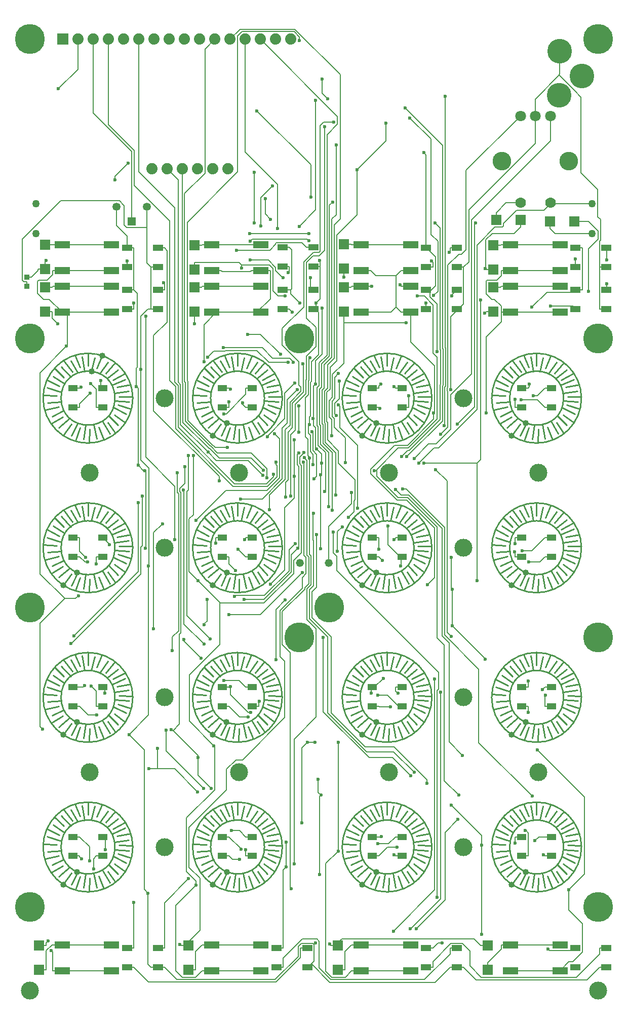
<source format=gtl>
G04 #@! TF.FileFunction,Copper,L1,Top,Signal*
%FSLAX46Y46*%
G04 Gerber Fmt 4.6, Leading zero omitted, Abs format (unit mm)*
G04 Created by KiCad (PCBNEW 4.0.4-stable) date 11/10/17 13:29:53*
%MOMM*%
%LPD*%
G01*
G04 APERTURE LIST*
%ADD10C,2.000000*%
%ADD11C,0.254000*%
%ADD12R,2.540000X1.270000*%
%ADD13C,1.879600*%
%ADD14C,1.016000*%
%ADD15R,1.600000X1.000000*%
%ADD16C,5.000000*%
%ADD17C,3.000000*%
%ADD18R,1.879600X1.879600*%
%ADD19C,1.800000*%
%ADD20C,3.116000*%
%ADD21C,1.778000*%
%ADD22C,1.320800*%
%ADD23C,4.114800*%
%ADD24R,1.651000X1.000000*%
%ADD25R,1.767840X1.798320*%
%ADD26R,1.798320X1.767840*%
%ADD27C,1.270000*%
%ADD28C,1.348740*%
%ADD29R,1.348740X1.348740*%
%ADD30R,0.889000X0.889000*%
%ADD31C,0.600000*%
%ADD32C,0.203200*%
G04 APERTURE END LIST*
D10*
D11*
X5410000Y-60760000D02*
X7780000Y-61520000D01*
X4730000Y-61990000D02*
X7020000Y-62130000D01*
X5440000Y-63250000D02*
X7740000Y-63100000D01*
X7310000Y-63970000D02*
X5030000Y-64480000D01*
X6190000Y-65520000D02*
X8190000Y-64580000D01*
X6080000Y-66780000D02*
X8030000Y-65630000D01*
X9150000Y-65840000D02*
X7280000Y-67420000D01*
X9440000Y-66870000D02*
X8100000Y-68720000D01*
X9460000Y-68810000D02*
X10450000Y-66750000D01*
X10910000Y-67450000D02*
X10150000Y-69630000D01*
X11490000Y-69340000D02*
X11840000Y-67010000D01*
X12490000Y-67710000D02*
X12420000Y-69940000D01*
X13640000Y-69260000D02*
X13180000Y-66910000D01*
X14050000Y-67380000D02*
X14830000Y-69430000D01*
X15830000Y-68480000D02*
X14580000Y-66340000D01*
X15570000Y-66560000D02*
X16770000Y-68340000D01*
X15660000Y-65400000D02*
X17210000Y-67020000D01*
X16640000Y-65280000D02*
X18390000Y-66580000D01*
X16430000Y-64070000D02*
X18560000Y-65120000D01*
X17250000Y-63620000D02*
X19370000Y-64300000D01*
X16710000Y-62930000D02*
X19070000Y-63090000D01*
X17370000Y-62230000D02*
X19660000Y-62260000D01*
X16670000Y-61640000D02*
X19010000Y-61320000D01*
X17090000Y-60680000D02*
X19330000Y-60260000D01*
X16230000Y-60320000D02*
X18400000Y-59350000D01*
X16340000Y-59450000D02*
X18370000Y-58360000D01*
X15390000Y-59230000D02*
X17210000Y-57800000D01*
X16730000Y-56580000D02*
X15170000Y-58360000D01*
X14200000Y-58400000D02*
X15540000Y-56490000D01*
X13700000Y-57480000D02*
X14540000Y-55460000D01*
X12760000Y-57990000D02*
X13300000Y-55710000D01*
X12200000Y-57130000D02*
X12200000Y-55010000D01*
X11620000Y-58020000D02*
X11210000Y-55550000D01*
X10880000Y-57320000D02*
X10020000Y-55350000D01*
X9350000Y-56220000D02*
X10460000Y-58200000D01*
X8160000Y-56260000D02*
X9610000Y-58140000D01*
X7760000Y-57260000D02*
X9320000Y-58980000D01*
X6680000Y-57490000D02*
X8200000Y-59000000D01*
X6430000Y-58840000D02*
X8290000Y-60070000D01*
X5360000Y-59470000D02*
X7420000Y-60500000D01*
X19700000Y-62500000D02*
G75*
G03X19700000Y-62500000I-7500000J0D01*
G01*
X16710000Y-62490000D02*
G75*
G03X16710000Y-62490000I-4500000J0D01*
G01*
X30410000Y-60760000D02*
X32780000Y-61520000D01*
X29730000Y-61990000D02*
X32020000Y-62130000D01*
X30440000Y-63250000D02*
X32740000Y-63100000D01*
X32310000Y-63970000D02*
X30030000Y-64480000D01*
X31190000Y-65520000D02*
X33190000Y-64580000D01*
X31080000Y-66780000D02*
X33030000Y-65630000D01*
X34150000Y-65840000D02*
X32280000Y-67420000D01*
X34440000Y-66870000D02*
X33100000Y-68720000D01*
X34460000Y-68810000D02*
X35450000Y-66750000D01*
X35910000Y-67450000D02*
X35150000Y-69630000D01*
X36490000Y-69340000D02*
X36840000Y-67010000D01*
X37490000Y-67710000D02*
X37420000Y-69940000D01*
X38640000Y-69260000D02*
X38180000Y-66910000D01*
X39050000Y-67380000D02*
X39830000Y-69430000D01*
X40830000Y-68480000D02*
X39580000Y-66340000D01*
X40570000Y-66560000D02*
X41770000Y-68340000D01*
X40660000Y-65400000D02*
X42210000Y-67020000D01*
X41640000Y-65280000D02*
X43390000Y-66580000D01*
X41430000Y-64070000D02*
X43560000Y-65120000D01*
X42250000Y-63620000D02*
X44370000Y-64300000D01*
X41710000Y-62930000D02*
X44070000Y-63090000D01*
X42370000Y-62230000D02*
X44660000Y-62260000D01*
X41670000Y-61640000D02*
X44010000Y-61320000D01*
X42090000Y-60680000D02*
X44330000Y-60260000D01*
X41230000Y-60320000D02*
X43400000Y-59350000D01*
X41340000Y-59450000D02*
X43370000Y-58360000D01*
X40390000Y-59230000D02*
X42210000Y-57800000D01*
X41730000Y-56580000D02*
X40170000Y-58360000D01*
X39200000Y-58400000D02*
X40540000Y-56490000D01*
X38700000Y-57480000D02*
X39540000Y-55460000D01*
X37760000Y-57990000D02*
X38300000Y-55710000D01*
X37200000Y-57130000D02*
X37200000Y-55010000D01*
X36620000Y-58020000D02*
X36210000Y-55550000D01*
X35880000Y-57320000D02*
X35020000Y-55350000D01*
X34350000Y-56220000D02*
X35460000Y-58200000D01*
X33160000Y-56260000D02*
X34610000Y-58140000D01*
X32760000Y-57260000D02*
X34320000Y-58980000D01*
X31680000Y-57490000D02*
X33200000Y-59000000D01*
X31430000Y-58840000D02*
X33290000Y-60070000D01*
X30360000Y-59470000D02*
X32420000Y-60500000D01*
X44700000Y-62500000D02*
G75*
G03X44700000Y-62500000I-7500000J0D01*
G01*
X41710000Y-62490000D02*
G75*
G03X41710000Y-62490000I-4500000J0D01*
G01*
X55410000Y-60760000D02*
X57780000Y-61520000D01*
X54730000Y-61990000D02*
X57020000Y-62130000D01*
X55440000Y-63250000D02*
X57740000Y-63100000D01*
X57310000Y-63970000D02*
X55030000Y-64480000D01*
X56190000Y-65520000D02*
X58190000Y-64580000D01*
X56080000Y-66780000D02*
X58030000Y-65630000D01*
X59150000Y-65840000D02*
X57280000Y-67420000D01*
X59440000Y-66870000D02*
X58100000Y-68720000D01*
X59460000Y-68810000D02*
X60450000Y-66750000D01*
X60910000Y-67450000D02*
X60150000Y-69630000D01*
X61490000Y-69340000D02*
X61840000Y-67010000D01*
X62490000Y-67710000D02*
X62420000Y-69940000D01*
X63640000Y-69260000D02*
X63180000Y-66910000D01*
X64050000Y-67380000D02*
X64830000Y-69430000D01*
X65830000Y-68480000D02*
X64580000Y-66340000D01*
X65570000Y-66560000D02*
X66770000Y-68340000D01*
X65660000Y-65400000D02*
X67210000Y-67020000D01*
X66640000Y-65280000D02*
X68390000Y-66580000D01*
X66430000Y-64070000D02*
X68560000Y-65120000D01*
X67250000Y-63620000D02*
X69370000Y-64300000D01*
X66710000Y-62930000D02*
X69070000Y-63090000D01*
X67370000Y-62230000D02*
X69660000Y-62260000D01*
X66670000Y-61640000D02*
X69010000Y-61320000D01*
X67090000Y-60680000D02*
X69330000Y-60260000D01*
X66230000Y-60320000D02*
X68400000Y-59350000D01*
X66340000Y-59450000D02*
X68370000Y-58360000D01*
X65390000Y-59230000D02*
X67210000Y-57800000D01*
X66730000Y-56580000D02*
X65170000Y-58360000D01*
X64200000Y-58400000D02*
X65540000Y-56490000D01*
X63700000Y-57480000D02*
X64540000Y-55460000D01*
X62760000Y-57990000D02*
X63300000Y-55710000D01*
X62200000Y-57130000D02*
X62200000Y-55010000D01*
X61620000Y-58020000D02*
X61210000Y-55550000D01*
X60880000Y-57320000D02*
X60020000Y-55350000D01*
X59350000Y-56220000D02*
X60460000Y-58200000D01*
X58160000Y-56260000D02*
X59610000Y-58140000D01*
X57760000Y-57260000D02*
X59320000Y-58980000D01*
X56680000Y-57490000D02*
X58200000Y-59000000D01*
X56430000Y-58840000D02*
X58290000Y-60070000D01*
X55360000Y-59470000D02*
X57420000Y-60500000D01*
X69700000Y-62500000D02*
G75*
G03X69700000Y-62500000I-7500000J0D01*
G01*
X66710000Y-62490000D02*
G75*
G03X66710000Y-62490000I-4500000J0D01*
G01*
X80410000Y-60760000D02*
X82780000Y-61520000D01*
X79730000Y-61990000D02*
X82020000Y-62130000D01*
X80440000Y-63250000D02*
X82740000Y-63100000D01*
X82310000Y-63970000D02*
X80030000Y-64480000D01*
X81190000Y-65520000D02*
X83190000Y-64580000D01*
X81080000Y-66780000D02*
X83030000Y-65630000D01*
X84150000Y-65840000D02*
X82280000Y-67420000D01*
X84440000Y-66870000D02*
X83100000Y-68720000D01*
X84460000Y-68810000D02*
X85450000Y-66750000D01*
X85910000Y-67450000D02*
X85150000Y-69630000D01*
X86490000Y-69340000D02*
X86840000Y-67010000D01*
X87490000Y-67710000D02*
X87420000Y-69940000D01*
X88640000Y-69260000D02*
X88180000Y-66910000D01*
X89050000Y-67380000D02*
X89830000Y-69430000D01*
X90830000Y-68480000D02*
X89580000Y-66340000D01*
X90570000Y-66560000D02*
X91770000Y-68340000D01*
X90660000Y-65400000D02*
X92210000Y-67020000D01*
X91640000Y-65280000D02*
X93390000Y-66580000D01*
X91430000Y-64070000D02*
X93560000Y-65120000D01*
X92250000Y-63620000D02*
X94370000Y-64300000D01*
X91710000Y-62930000D02*
X94070000Y-63090000D01*
X92370000Y-62230000D02*
X94660000Y-62260000D01*
X91670000Y-61640000D02*
X94010000Y-61320000D01*
X92090000Y-60680000D02*
X94330000Y-60260000D01*
X91230000Y-60320000D02*
X93400000Y-59350000D01*
X91340000Y-59450000D02*
X93370000Y-58360000D01*
X90390000Y-59230000D02*
X92210000Y-57800000D01*
X91730000Y-56580000D02*
X90170000Y-58360000D01*
X89200000Y-58400000D02*
X90540000Y-56490000D01*
X88700000Y-57480000D02*
X89540000Y-55460000D01*
X87760000Y-57990000D02*
X88300000Y-55710000D01*
X87200000Y-57130000D02*
X87200000Y-55010000D01*
X86620000Y-58020000D02*
X86210000Y-55550000D01*
X85880000Y-57320000D02*
X85020000Y-55350000D01*
X84350000Y-56220000D02*
X85460000Y-58200000D01*
X83160000Y-56260000D02*
X84610000Y-58140000D01*
X82760000Y-57260000D02*
X84320000Y-58980000D01*
X81680000Y-57490000D02*
X83200000Y-59000000D01*
X81430000Y-58840000D02*
X83290000Y-60070000D01*
X80360000Y-59470000D02*
X82420000Y-60500000D01*
X94700000Y-62500000D02*
G75*
G03X94700000Y-62500000I-7500000J0D01*
G01*
X91710000Y-62490000D02*
G75*
G03X91710000Y-62490000I-4500000J0D01*
G01*
X5410000Y-85760000D02*
X7780000Y-86520000D01*
X4730000Y-86990000D02*
X7020000Y-87130000D01*
X5440000Y-88250000D02*
X7740000Y-88100000D01*
X7310000Y-88970000D02*
X5030000Y-89480000D01*
X6190000Y-90520000D02*
X8190000Y-89580000D01*
X6080000Y-91780000D02*
X8030000Y-90630000D01*
X9150000Y-90840000D02*
X7280000Y-92420000D01*
X9440000Y-91870000D02*
X8100000Y-93720000D01*
X9460000Y-93810000D02*
X10450000Y-91750000D01*
X10910000Y-92450000D02*
X10150000Y-94630000D01*
X11490000Y-94340000D02*
X11840000Y-92010000D01*
X12490000Y-92710000D02*
X12420000Y-94940000D01*
X13640000Y-94260000D02*
X13180000Y-91910000D01*
X14050000Y-92380000D02*
X14830000Y-94430000D01*
X15830000Y-93480000D02*
X14580000Y-91340000D01*
X15570000Y-91560000D02*
X16770000Y-93340000D01*
X15660000Y-90400000D02*
X17210000Y-92020000D01*
X16640000Y-90280000D02*
X18390000Y-91580000D01*
X16430000Y-89070000D02*
X18560000Y-90120000D01*
X17250000Y-88620000D02*
X19370000Y-89300000D01*
X16710000Y-87930000D02*
X19070000Y-88090000D01*
X17370000Y-87230000D02*
X19660000Y-87260000D01*
X16670000Y-86640000D02*
X19010000Y-86320000D01*
X17090000Y-85680000D02*
X19330000Y-85260000D01*
X16230000Y-85320000D02*
X18400000Y-84350000D01*
X16340000Y-84450000D02*
X18370000Y-83360000D01*
X15390000Y-84230000D02*
X17210000Y-82800000D01*
X16730000Y-81580000D02*
X15170000Y-83360000D01*
X14200000Y-83400000D02*
X15540000Y-81490000D01*
X13700000Y-82480000D02*
X14540000Y-80460000D01*
X12760000Y-82990000D02*
X13300000Y-80710000D01*
X12200000Y-82130000D02*
X12200000Y-80010000D01*
X11620000Y-83020000D02*
X11210000Y-80550000D01*
X10880000Y-82320000D02*
X10020000Y-80350000D01*
X9350000Y-81220000D02*
X10460000Y-83200000D01*
X8160000Y-81260000D02*
X9610000Y-83140000D01*
X7760000Y-82260000D02*
X9320000Y-83980000D01*
X6680000Y-82490000D02*
X8200000Y-84000000D01*
X6430000Y-83840000D02*
X8290000Y-85070000D01*
X5360000Y-84470000D02*
X7420000Y-85500000D01*
X19700000Y-87500000D02*
G75*
G03X19700000Y-87500000I-7500000J0D01*
G01*
X16710000Y-87490000D02*
G75*
G03X16710000Y-87490000I-4500000J0D01*
G01*
X30410000Y-85760000D02*
X32780000Y-86520000D01*
X29730000Y-86990000D02*
X32020000Y-87130000D01*
X30440000Y-88250000D02*
X32740000Y-88100000D01*
X32310000Y-88970000D02*
X30030000Y-89480000D01*
X31190000Y-90520000D02*
X33190000Y-89580000D01*
X31080000Y-91780000D02*
X33030000Y-90630000D01*
X34150000Y-90840000D02*
X32280000Y-92420000D01*
X34440000Y-91870000D02*
X33100000Y-93720000D01*
X34460000Y-93810000D02*
X35450000Y-91750000D01*
X35910000Y-92450000D02*
X35150000Y-94630000D01*
X36490000Y-94340000D02*
X36840000Y-92010000D01*
X37490000Y-92710000D02*
X37420000Y-94940000D01*
X38640000Y-94260000D02*
X38180000Y-91910000D01*
X39050000Y-92380000D02*
X39830000Y-94430000D01*
X40830000Y-93480000D02*
X39580000Y-91340000D01*
X40570000Y-91560000D02*
X41770000Y-93340000D01*
X40660000Y-90400000D02*
X42210000Y-92020000D01*
X41640000Y-90280000D02*
X43390000Y-91580000D01*
X41430000Y-89070000D02*
X43560000Y-90120000D01*
X42250000Y-88620000D02*
X44370000Y-89300000D01*
X41710000Y-87930000D02*
X44070000Y-88090000D01*
X42370000Y-87230000D02*
X44660000Y-87260000D01*
X41670000Y-86640000D02*
X44010000Y-86320000D01*
X42090000Y-85680000D02*
X44330000Y-85260000D01*
X41230000Y-85320000D02*
X43400000Y-84350000D01*
X41340000Y-84450000D02*
X43370000Y-83360000D01*
X40390000Y-84230000D02*
X42210000Y-82800000D01*
X41730000Y-81580000D02*
X40170000Y-83360000D01*
X39200000Y-83400000D02*
X40540000Y-81490000D01*
X38700000Y-82480000D02*
X39540000Y-80460000D01*
X37760000Y-82990000D02*
X38300000Y-80710000D01*
X37200000Y-82130000D02*
X37200000Y-80010000D01*
X36620000Y-83020000D02*
X36210000Y-80550000D01*
X35880000Y-82320000D02*
X35020000Y-80350000D01*
X34350000Y-81220000D02*
X35460000Y-83200000D01*
X33160000Y-81260000D02*
X34610000Y-83140000D01*
X32760000Y-82260000D02*
X34320000Y-83980000D01*
X31680000Y-82490000D02*
X33200000Y-84000000D01*
X31430000Y-83840000D02*
X33290000Y-85070000D01*
X30360000Y-84470000D02*
X32420000Y-85500000D01*
X44700000Y-87500000D02*
G75*
G03X44700000Y-87500000I-7500000J0D01*
G01*
X41710000Y-87490000D02*
G75*
G03X41710000Y-87490000I-4500000J0D01*
G01*
X55410000Y-85760000D02*
X57780000Y-86520000D01*
X54730000Y-86990000D02*
X57020000Y-87130000D01*
X55440000Y-88250000D02*
X57740000Y-88100000D01*
X57310000Y-88970000D02*
X55030000Y-89480000D01*
X56190000Y-90520000D02*
X58190000Y-89580000D01*
X56080000Y-91780000D02*
X58030000Y-90630000D01*
X59150000Y-90840000D02*
X57280000Y-92420000D01*
X59440000Y-91870000D02*
X58100000Y-93720000D01*
X59460000Y-93810000D02*
X60450000Y-91750000D01*
X60910000Y-92450000D02*
X60150000Y-94630000D01*
X61490000Y-94340000D02*
X61840000Y-92010000D01*
X62490000Y-92710000D02*
X62420000Y-94940000D01*
X63640000Y-94260000D02*
X63180000Y-91910000D01*
X64050000Y-92380000D02*
X64830000Y-94430000D01*
X65830000Y-93480000D02*
X64580000Y-91340000D01*
X65570000Y-91560000D02*
X66770000Y-93340000D01*
X65660000Y-90400000D02*
X67210000Y-92020000D01*
X66640000Y-90280000D02*
X68390000Y-91580000D01*
X66430000Y-89070000D02*
X68560000Y-90120000D01*
X67250000Y-88620000D02*
X69370000Y-89300000D01*
X66710000Y-87930000D02*
X69070000Y-88090000D01*
X67370000Y-87230000D02*
X69660000Y-87260000D01*
X66670000Y-86640000D02*
X69010000Y-86320000D01*
X67090000Y-85680000D02*
X69330000Y-85260000D01*
X66230000Y-85320000D02*
X68400000Y-84350000D01*
X66340000Y-84450000D02*
X68370000Y-83360000D01*
X65390000Y-84230000D02*
X67210000Y-82800000D01*
X66730000Y-81580000D02*
X65170000Y-83360000D01*
X64200000Y-83400000D02*
X65540000Y-81490000D01*
X63700000Y-82480000D02*
X64540000Y-80460000D01*
X62760000Y-82990000D02*
X63300000Y-80710000D01*
X62200000Y-82130000D02*
X62200000Y-80010000D01*
X61620000Y-83020000D02*
X61210000Y-80550000D01*
X60880000Y-82320000D02*
X60020000Y-80350000D01*
X59350000Y-81220000D02*
X60460000Y-83200000D01*
X58160000Y-81260000D02*
X59610000Y-83140000D01*
X57760000Y-82260000D02*
X59320000Y-83980000D01*
X56680000Y-82490000D02*
X58200000Y-84000000D01*
X56430000Y-83840000D02*
X58290000Y-85070000D01*
X55360000Y-84470000D02*
X57420000Y-85500000D01*
X69700000Y-87500000D02*
G75*
G03X69700000Y-87500000I-7500000J0D01*
G01*
X66710000Y-87490000D02*
G75*
G03X66710000Y-87490000I-4500000J0D01*
G01*
X80410000Y-85760000D02*
X82780000Y-86520000D01*
X79730000Y-86990000D02*
X82020000Y-87130000D01*
X80440000Y-88250000D02*
X82740000Y-88100000D01*
X82310000Y-88970000D02*
X80030000Y-89480000D01*
X81190000Y-90520000D02*
X83190000Y-89580000D01*
X81080000Y-91780000D02*
X83030000Y-90630000D01*
X84150000Y-90840000D02*
X82280000Y-92420000D01*
X84440000Y-91870000D02*
X83100000Y-93720000D01*
X84460000Y-93810000D02*
X85450000Y-91750000D01*
X85910000Y-92450000D02*
X85150000Y-94630000D01*
X86490000Y-94340000D02*
X86840000Y-92010000D01*
X87490000Y-92710000D02*
X87420000Y-94940000D01*
X88640000Y-94260000D02*
X88180000Y-91910000D01*
X89050000Y-92380000D02*
X89830000Y-94430000D01*
X90830000Y-93480000D02*
X89580000Y-91340000D01*
X90570000Y-91560000D02*
X91770000Y-93340000D01*
X90660000Y-90400000D02*
X92210000Y-92020000D01*
X91640000Y-90280000D02*
X93390000Y-91580000D01*
X91430000Y-89070000D02*
X93560000Y-90120000D01*
X92250000Y-88620000D02*
X94370000Y-89300000D01*
X91710000Y-87930000D02*
X94070000Y-88090000D01*
X92370000Y-87230000D02*
X94660000Y-87260000D01*
X91670000Y-86640000D02*
X94010000Y-86320000D01*
X92090000Y-85680000D02*
X94330000Y-85260000D01*
X91230000Y-85320000D02*
X93400000Y-84350000D01*
X91340000Y-84450000D02*
X93370000Y-83360000D01*
X90390000Y-84230000D02*
X92210000Y-82800000D01*
X91730000Y-81580000D02*
X90170000Y-83360000D01*
X89200000Y-83400000D02*
X90540000Y-81490000D01*
X88700000Y-82480000D02*
X89540000Y-80460000D01*
X87760000Y-82990000D02*
X88300000Y-80710000D01*
X87200000Y-82130000D02*
X87200000Y-80010000D01*
X86620000Y-83020000D02*
X86210000Y-80550000D01*
X85880000Y-82320000D02*
X85020000Y-80350000D01*
X84350000Y-81220000D02*
X85460000Y-83200000D01*
X83160000Y-81260000D02*
X84610000Y-83140000D01*
X82760000Y-82260000D02*
X84320000Y-83980000D01*
X81680000Y-82490000D02*
X83200000Y-84000000D01*
X81430000Y-83840000D02*
X83290000Y-85070000D01*
X80360000Y-84470000D02*
X82420000Y-85500000D01*
X94700000Y-87500000D02*
G75*
G03X94700000Y-87500000I-7500000J0D01*
G01*
X91710000Y-87490000D02*
G75*
G03X91710000Y-87490000I-4500000J0D01*
G01*
X5410000Y-110760000D02*
X7780000Y-111520000D01*
X4730000Y-111990000D02*
X7020000Y-112130000D01*
X5440000Y-113250000D02*
X7740000Y-113100000D01*
X7310000Y-113970000D02*
X5030000Y-114480000D01*
X6190000Y-115520000D02*
X8190000Y-114580000D01*
X6080000Y-116780000D02*
X8030000Y-115630000D01*
X9150000Y-115840000D02*
X7280000Y-117420000D01*
X9440000Y-116870000D02*
X8100000Y-118720000D01*
X9460000Y-118810000D02*
X10450000Y-116750000D01*
X10910000Y-117450000D02*
X10150000Y-119630000D01*
X11490000Y-119340000D02*
X11840000Y-117010000D01*
X12490000Y-117710000D02*
X12420000Y-119940000D01*
X13640000Y-119260000D02*
X13180000Y-116910000D01*
X14050000Y-117380000D02*
X14830000Y-119430000D01*
X15830000Y-118480000D02*
X14580000Y-116340000D01*
X15570000Y-116560000D02*
X16770000Y-118340000D01*
X15660000Y-115400000D02*
X17210000Y-117020000D01*
X16640000Y-115280000D02*
X18390000Y-116580000D01*
X16430000Y-114070000D02*
X18560000Y-115120000D01*
X17250000Y-113620000D02*
X19370000Y-114300000D01*
X16710000Y-112930000D02*
X19070000Y-113090000D01*
X17370000Y-112230000D02*
X19660000Y-112260000D01*
X16670000Y-111640000D02*
X19010000Y-111320000D01*
X17090000Y-110680000D02*
X19330000Y-110260000D01*
X16230000Y-110320000D02*
X18400000Y-109350000D01*
X16340000Y-109450000D02*
X18370000Y-108360000D01*
X15390000Y-109230000D02*
X17210000Y-107800000D01*
X16730000Y-106580000D02*
X15170000Y-108360000D01*
X14200000Y-108400000D02*
X15540000Y-106490000D01*
X13700000Y-107480000D02*
X14540000Y-105460000D01*
X12760000Y-107990000D02*
X13300000Y-105710000D01*
X12200000Y-107130000D02*
X12200000Y-105010000D01*
X11620000Y-108020000D02*
X11210000Y-105550000D01*
X10880000Y-107320000D02*
X10020000Y-105350000D01*
X9350000Y-106220000D02*
X10460000Y-108200000D01*
X8160000Y-106260000D02*
X9610000Y-108140000D01*
X7760000Y-107260000D02*
X9320000Y-108980000D01*
X6680000Y-107490000D02*
X8200000Y-109000000D01*
X6430000Y-108840000D02*
X8290000Y-110070000D01*
X5360000Y-109470000D02*
X7420000Y-110500000D01*
X19700000Y-112500000D02*
G75*
G03X19700000Y-112500000I-7500000J0D01*
G01*
X16710000Y-112490000D02*
G75*
G03X16710000Y-112490000I-4500000J0D01*
G01*
X30387000Y-110760000D02*
X32757000Y-111520000D01*
X29707000Y-111990000D02*
X31997000Y-112130000D01*
X30417000Y-113250000D02*
X32717000Y-113100000D01*
X32287000Y-113970000D02*
X30007000Y-114480000D01*
X31167000Y-115520000D02*
X33167000Y-114580000D01*
X31057000Y-116780000D02*
X33007000Y-115630000D01*
X34127000Y-115840000D02*
X32257000Y-117420000D01*
X34417000Y-116870000D02*
X33077000Y-118720000D01*
X34437000Y-118810000D02*
X35427000Y-116750000D01*
X35887000Y-117450000D02*
X35127000Y-119630000D01*
X36467000Y-119340000D02*
X36817000Y-117010000D01*
X37467000Y-117710000D02*
X37397000Y-119940000D01*
X38617000Y-119260000D02*
X38157000Y-116910000D01*
X39027000Y-117380000D02*
X39807000Y-119430000D01*
X40807000Y-118480000D02*
X39557000Y-116340000D01*
X40547000Y-116560000D02*
X41747000Y-118340000D01*
X40637000Y-115400000D02*
X42187000Y-117020000D01*
X41617000Y-115280000D02*
X43367000Y-116580000D01*
X41407000Y-114070000D02*
X43537000Y-115120000D01*
X42227000Y-113620000D02*
X44347000Y-114300000D01*
X41687000Y-112930000D02*
X44047000Y-113090000D01*
X42347000Y-112230000D02*
X44637000Y-112260000D01*
X41647000Y-111640000D02*
X43987000Y-111320000D01*
X42067000Y-110680000D02*
X44307000Y-110260000D01*
X41207000Y-110320000D02*
X43377000Y-109350000D01*
X41317000Y-109450000D02*
X43347000Y-108360000D01*
X40367000Y-109230000D02*
X42187000Y-107800000D01*
X41707000Y-106580000D02*
X40147000Y-108360000D01*
X39177000Y-108400000D02*
X40517000Y-106490000D01*
X38677000Y-107480000D02*
X39517000Y-105460000D01*
X37737000Y-107990000D02*
X38277000Y-105710000D01*
X37177000Y-107130000D02*
X37177000Y-105010000D01*
X36597000Y-108020000D02*
X36187000Y-105550000D01*
X35857000Y-107320000D02*
X34997000Y-105350000D01*
X34327000Y-106220000D02*
X35437000Y-108200000D01*
X33137000Y-106260000D02*
X34587000Y-108140000D01*
X32737000Y-107260000D02*
X34297000Y-108980000D01*
X31657000Y-107490000D02*
X33177000Y-109000000D01*
X31407000Y-108840000D02*
X33267000Y-110070000D01*
X30337000Y-109470000D02*
X32397000Y-110500000D01*
X44677000Y-112500000D02*
G75*
G03X44677000Y-112500000I-7500000J0D01*
G01*
X41687000Y-112490000D02*
G75*
G03X41687000Y-112490000I-4500000J0D01*
G01*
X55410000Y-110760000D02*
X57780000Y-111520000D01*
X54730000Y-111990000D02*
X57020000Y-112130000D01*
X55440000Y-113250000D02*
X57740000Y-113100000D01*
X57310000Y-113970000D02*
X55030000Y-114480000D01*
X56190000Y-115520000D02*
X58190000Y-114580000D01*
X56080000Y-116780000D02*
X58030000Y-115630000D01*
X59150000Y-115840000D02*
X57280000Y-117420000D01*
X59440000Y-116870000D02*
X58100000Y-118720000D01*
X59460000Y-118810000D02*
X60450000Y-116750000D01*
X60910000Y-117450000D02*
X60150000Y-119630000D01*
X61490000Y-119340000D02*
X61840000Y-117010000D01*
X62490000Y-117710000D02*
X62420000Y-119940000D01*
X63640000Y-119260000D02*
X63180000Y-116910000D01*
X64050000Y-117380000D02*
X64830000Y-119430000D01*
X65830000Y-118480000D02*
X64580000Y-116340000D01*
X65570000Y-116560000D02*
X66770000Y-118340000D01*
X65660000Y-115400000D02*
X67210000Y-117020000D01*
X66640000Y-115280000D02*
X68390000Y-116580000D01*
X66430000Y-114070000D02*
X68560000Y-115120000D01*
X67250000Y-113620000D02*
X69370000Y-114300000D01*
X66710000Y-112930000D02*
X69070000Y-113090000D01*
X67370000Y-112230000D02*
X69660000Y-112260000D01*
X66670000Y-111640000D02*
X69010000Y-111320000D01*
X67090000Y-110680000D02*
X69330000Y-110260000D01*
X66230000Y-110320000D02*
X68400000Y-109350000D01*
X66340000Y-109450000D02*
X68370000Y-108360000D01*
X65390000Y-109230000D02*
X67210000Y-107800000D01*
X66730000Y-106580000D02*
X65170000Y-108360000D01*
X64200000Y-108400000D02*
X65540000Y-106490000D01*
X63700000Y-107480000D02*
X64540000Y-105460000D01*
X62760000Y-107990000D02*
X63300000Y-105710000D01*
X62200000Y-107130000D02*
X62200000Y-105010000D01*
X61620000Y-108020000D02*
X61210000Y-105550000D01*
X60880000Y-107320000D02*
X60020000Y-105350000D01*
X59350000Y-106220000D02*
X60460000Y-108200000D01*
X58160000Y-106260000D02*
X59610000Y-108140000D01*
X57760000Y-107260000D02*
X59320000Y-108980000D01*
X56680000Y-107490000D02*
X58200000Y-109000000D01*
X56430000Y-108840000D02*
X58290000Y-110070000D01*
X55360000Y-109470000D02*
X57420000Y-110500000D01*
X69700000Y-112500000D02*
G75*
G03X69700000Y-112500000I-7500000J0D01*
G01*
X66710000Y-112490000D02*
G75*
G03X66710000Y-112490000I-4500000J0D01*
G01*
X80410000Y-110760000D02*
X82780000Y-111520000D01*
X79730000Y-111990000D02*
X82020000Y-112130000D01*
X80440000Y-113250000D02*
X82740000Y-113100000D01*
X82310000Y-113970000D02*
X80030000Y-114480000D01*
X81190000Y-115520000D02*
X83190000Y-114580000D01*
X81080000Y-116780000D02*
X83030000Y-115630000D01*
X84150000Y-115840000D02*
X82280000Y-117420000D01*
X84440000Y-116870000D02*
X83100000Y-118720000D01*
X84460000Y-118810000D02*
X85450000Y-116750000D01*
X85910000Y-117450000D02*
X85150000Y-119630000D01*
X86490000Y-119340000D02*
X86840000Y-117010000D01*
X87490000Y-117710000D02*
X87420000Y-119940000D01*
X88640000Y-119260000D02*
X88180000Y-116910000D01*
X89050000Y-117380000D02*
X89830000Y-119430000D01*
X90830000Y-118480000D02*
X89580000Y-116340000D01*
X90570000Y-116560000D02*
X91770000Y-118340000D01*
X90660000Y-115400000D02*
X92210000Y-117020000D01*
X91640000Y-115280000D02*
X93390000Y-116580000D01*
X91430000Y-114070000D02*
X93560000Y-115120000D01*
X92250000Y-113620000D02*
X94370000Y-114300000D01*
X91710000Y-112930000D02*
X94070000Y-113090000D01*
X92370000Y-112230000D02*
X94660000Y-112260000D01*
X91670000Y-111640000D02*
X94010000Y-111320000D01*
X92090000Y-110680000D02*
X94330000Y-110260000D01*
X91230000Y-110320000D02*
X93400000Y-109350000D01*
X91340000Y-109450000D02*
X93370000Y-108360000D01*
X90390000Y-109230000D02*
X92210000Y-107800000D01*
X91730000Y-106580000D02*
X90170000Y-108360000D01*
X89200000Y-108400000D02*
X90540000Y-106490000D01*
X88700000Y-107480000D02*
X89540000Y-105460000D01*
X87760000Y-107990000D02*
X88300000Y-105710000D01*
X87200000Y-107130000D02*
X87200000Y-105010000D01*
X86620000Y-108020000D02*
X86210000Y-105550000D01*
X85880000Y-107320000D02*
X85020000Y-105350000D01*
X84350000Y-106220000D02*
X85460000Y-108200000D01*
X83160000Y-106260000D02*
X84610000Y-108140000D01*
X82760000Y-107260000D02*
X84320000Y-108980000D01*
X81680000Y-107490000D02*
X83200000Y-109000000D01*
X81430000Y-108840000D02*
X83290000Y-110070000D01*
X80360000Y-109470000D02*
X82420000Y-110500000D01*
X94700000Y-112500000D02*
G75*
G03X94700000Y-112500000I-7500000J0D01*
G01*
X91710000Y-112490000D02*
G75*
G03X91710000Y-112490000I-4500000J0D01*
G01*
X5410000Y-135760000D02*
X7780000Y-136520000D01*
X4730000Y-136990000D02*
X7020000Y-137130000D01*
X5440000Y-138250000D02*
X7740000Y-138100000D01*
X7310000Y-138970000D02*
X5030000Y-139480000D01*
X6190000Y-140520000D02*
X8190000Y-139580000D01*
X6080000Y-141780000D02*
X8030000Y-140630000D01*
X9150000Y-140840000D02*
X7280000Y-142420000D01*
X9440000Y-141870000D02*
X8100000Y-143720000D01*
X9460000Y-143810000D02*
X10450000Y-141750000D01*
X10910000Y-142450000D02*
X10150000Y-144630000D01*
X11490000Y-144340000D02*
X11840000Y-142010000D01*
X12490000Y-142710000D02*
X12420000Y-144940000D01*
X13640000Y-144260000D02*
X13180000Y-141910000D01*
X14050000Y-142380000D02*
X14830000Y-144430000D01*
X15830000Y-143480000D02*
X14580000Y-141340000D01*
X15570000Y-141560000D02*
X16770000Y-143340000D01*
X15660000Y-140400000D02*
X17210000Y-142020000D01*
X16640000Y-140280000D02*
X18390000Y-141580000D01*
X16430000Y-139070000D02*
X18560000Y-140120000D01*
X17250000Y-138620000D02*
X19370000Y-139300000D01*
X16710000Y-137930000D02*
X19070000Y-138090000D01*
X17370000Y-137230000D02*
X19660000Y-137260000D01*
X16670000Y-136640000D02*
X19010000Y-136320000D01*
X17090000Y-135680000D02*
X19330000Y-135260000D01*
X16230000Y-135320000D02*
X18400000Y-134350000D01*
X16340000Y-134450000D02*
X18370000Y-133360000D01*
X15390000Y-134230000D02*
X17210000Y-132800000D01*
X16730000Y-131580000D02*
X15170000Y-133360000D01*
X14200000Y-133400000D02*
X15540000Y-131490000D01*
X13700000Y-132480000D02*
X14540000Y-130460000D01*
X12760000Y-132990000D02*
X13300000Y-130710000D01*
X12200000Y-132130000D02*
X12200000Y-130010000D01*
X11620000Y-133020000D02*
X11210000Y-130550000D01*
X10880000Y-132320000D02*
X10020000Y-130350000D01*
X9350000Y-131220000D02*
X10460000Y-133200000D01*
X8160000Y-131260000D02*
X9610000Y-133140000D01*
X7760000Y-132260000D02*
X9320000Y-133980000D01*
X6680000Y-132490000D02*
X8200000Y-134000000D01*
X6430000Y-133840000D02*
X8290000Y-135070000D01*
X5360000Y-134470000D02*
X7420000Y-135500000D01*
X19700000Y-137500000D02*
G75*
G03X19700000Y-137500000I-7500000J0D01*
G01*
X16710000Y-137490000D02*
G75*
G03X16710000Y-137490000I-4500000J0D01*
G01*
X30410000Y-135760000D02*
X32780000Y-136520000D01*
X29730000Y-136990000D02*
X32020000Y-137130000D01*
X30440000Y-138250000D02*
X32740000Y-138100000D01*
X32310000Y-138970000D02*
X30030000Y-139480000D01*
X31190000Y-140520000D02*
X33190000Y-139580000D01*
X31080000Y-141780000D02*
X33030000Y-140630000D01*
X34150000Y-140840000D02*
X32280000Y-142420000D01*
X34440000Y-141870000D02*
X33100000Y-143720000D01*
X34460000Y-143810000D02*
X35450000Y-141750000D01*
X35910000Y-142450000D02*
X35150000Y-144630000D01*
X36490000Y-144340000D02*
X36840000Y-142010000D01*
X37490000Y-142710000D02*
X37420000Y-144940000D01*
X38640000Y-144260000D02*
X38180000Y-141910000D01*
X39050000Y-142380000D02*
X39830000Y-144430000D01*
X40830000Y-143480000D02*
X39580000Y-141340000D01*
X40570000Y-141560000D02*
X41770000Y-143340000D01*
X40660000Y-140400000D02*
X42210000Y-142020000D01*
X41640000Y-140280000D02*
X43390000Y-141580000D01*
X41430000Y-139070000D02*
X43560000Y-140120000D01*
X42250000Y-138620000D02*
X44370000Y-139300000D01*
X41710000Y-137930000D02*
X44070000Y-138090000D01*
X42370000Y-137230000D02*
X44660000Y-137260000D01*
X41670000Y-136640000D02*
X44010000Y-136320000D01*
X42090000Y-135680000D02*
X44330000Y-135260000D01*
X41230000Y-135320000D02*
X43400000Y-134350000D01*
X41340000Y-134450000D02*
X43370000Y-133360000D01*
X40390000Y-134230000D02*
X42210000Y-132800000D01*
X41730000Y-131580000D02*
X40170000Y-133360000D01*
X39200000Y-133400000D02*
X40540000Y-131490000D01*
X38700000Y-132480000D02*
X39540000Y-130460000D01*
X37760000Y-132990000D02*
X38300000Y-130710000D01*
X37200000Y-132130000D02*
X37200000Y-130010000D01*
X36620000Y-133020000D02*
X36210000Y-130550000D01*
X35880000Y-132320000D02*
X35020000Y-130350000D01*
X34350000Y-131220000D02*
X35460000Y-133200000D01*
X33160000Y-131260000D02*
X34610000Y-133140000D01*
X32760000Y-132260000D02*
X34320000Y-133980000D01*
X31680000Y-132490000D02*
X33200000Y-134000000D01*
X31430000Y-133840000D02*
X33290000Y-135070000D01*
X30360000Y-134470000D02*
X32420000Y-135500000D01*
X44700000Y-137500000D02*
G75*
G03X44700000Y-137500000I-7500000J0D01*
G01*
X41710000Y-137490000D02*
G75*
G03X41710000Y-137490000I-4500000J0D01*
G01*
X55410000Y-135760000D02*
X57780000Y-136520000D01*
X54730000Y-136990000D02*
X57020000Y-137130000D01*
X55440000Y-138250000D02*
X57740000Y-138100000D01*
X57310000Y-138970000D02*
X55030000Y-139480000D01*
X56190000Y-140520000D02*
X58190000Y-139580000D01*
X56080000Y-141780000D02*
X58030000Y-140630000D01*
X59150000Y-140840000D02*
X57280000Y-142420000D01*
X59440000Y-141870000D02*
X58100000Y-143720000D01*
X59460000Y-143810000D02*
X60450000Y-141750000D01*
X60910000Y-142450000D02*
X60150000Y-144630000D01*
X61490000Y-144340000D02*
X61840000Y-142010000D01*
X62490000Y-142710000D02*
X62420000Y-144940000D01*
X63640000Y-144260000D02*
X63180000Y-141910000D01*
X64050000Y-142380000D02*
X64830000Y-144430000D01*
X65830000Y-143480000D02*
X64580000Y-141340000D01*
X65570000Y-141560000D02*
X66770000Y-143340000D01*
X65660000Y-140400000D02*
X67210000Y-142020000D01*
X66640000Y-140280000D02*
X68390000Y-141580000D01*
X66430000Y-139070000D02*
X68560000Y-140120000D01*
X67250000Y-138620000D02*
X69370000Y-139300000D01*
X66710000Y-137930000D02*
X69070000Y-138090000D01*
X67370000Y-137230000D02*
X69660000Y-137260000D01*
X66670000Y-136640000D02*
X69010000Y-136320000D01*
X67090000Y-135680000D02*
X69330000Y-135260000D01*
X66230000Y-135320000D02*
X68400000Y-134350000D01*
X66340000Y-134450000D02*
X68370000Y-133360000D01*
X65390000Y-134230000D02*
X67210000Y-132800000D01*
X66730000Y-131580000D02*
X65170000Y-133360000D01*
X64200000Y-133400000D02*
X65540000Y-131490000D01*
X63700000Y-132480000D02*
X64540000Y-130460000D01*
X62760000Y-132990000D02*
X63300000Y-130710000D01*
X62200000Y-132130000D02*
X62200000Y-130010000D01*
X61620000Y-133020000D02*
X61210000Y-130550000D01*
X60880000Y-132320000D02*
X60020000Y-130350000D01*
X59350000Y-131220000D02*
X60460000Y-133200000D01*
X58160000Y-131260000D02*
X59610000Y-133140000D01*
X57760000Y-132260000D02*
X59320000Y-133980000D01*
X56680000Y-132490000D02*
X58200000Y-134000000D01*
X56430000Y-133840000D02*
X58290000Y-135070000D01*
X55360000Y-134470000D02*
X57420000Y-135500000D01*
X69700000Y-137500000D02*
G75*
G03X69700000Y-137500000I-7500000J0D01*
G01*
X66710000Y-137490000D02*
G75*
G03X66710000Y-137490000I-4500000J0D01*
G01*
X80410000Y-135760000D02*
X82780000Y-136520000D01*
X79730000Y-136990000D02*
X82020000Y-137130000D01*
X80440000Y-138250000D02*
X82740000Y-138100000D01*
X82310000Y-138970000D02*
X80030000Y-139480000D01*
X81190000Y-140520000D02*
X83190000Y-139580000D01*
X81080000Y-141780000D02*
X83030000Y-140630000D01*
X84150000Y-140840000D02*
X82280000Y-142420000D01*
X84440000Y-141870000D02*
X83100000Y-143720000D01*
X84460000Y-143810000D02*
X85450000Y-141750000D01*
X85910000Y-142450000D02*
X85150000Y-144630000D01*
X86490000Y-144340000D02*
X86840000Y-142010000D01*
X87490000Y-142710000D02*
X87420000Y-144940000D01*
X88640000Y-144260000D02*
X88180000Y-141910000D01*
X89050000Y-142380000D02*
X89830000Y-144430000D01*
X90830000Y-143480000D02*
X89580000Y-141340000D01*
X90570000Y-141560000D02*
X91770000Y-143340000D01*
X90660000Y-140400000D02*
X92210000Y-142020000D01*
X91640000Y-140280000D02*
X93390000Y-141580000D01*
X91430000Y-139070000D02*
X93560000Y-140120000D01*
X92250000Y-138620000D02*
X94370000Y-139300000D01*
X91710000Y-137930000D02*
X94070000Y-138090000D01*
X92370000Y-137230000D02*
X94660000Y-137260000D01*
X91670000Y-136640000D02*
X94010000Y-136320000D01*
X92090000Y-135680000D02*
X94330000Y-135260000D01*
X91230000Y-135320000D02*
X93400000Y-134350000D01*
X91340000Y-134450000D02*
X93370000Y-133360000D01*
X90390000Y-134230000D02*
X92210000Y-132800000D01*
X91730000Y-131580000D02*
X90170000Y-133360000D01*
X89200000Y-133400000D02*
X90540000Y-131490000D01*
X88700000Y-132480000D02*
X89540000Y-130460000D01*
X87760000Y-132990000D02*
X88300000Y-130710000D01*
X87200000Y-132130000D02*
X87200000Y-130010000D01*
X86620000Y-133020000D02*
X86210000Y-130550000D01*
X85880000Y-132320000D02*
X85020000Y-130350000D01*
X84350000Y-131220000D02*
X85460000Y-133200000D01*
X83160000Y-131260000D02*
X84610000Y-133140000D01*
X82760000Y-132260000D02*
X84320000Y-133980000D01*
X81680000Y-132490000D02*
X83200000Y-134000000D01*
X81430000Y-133840000D02*
X83290000Y-135070000D01*
X80360000Y-134470000D02*
X82420000Y-135500000D01*
X94700000Y-137500000D02*
G75*
G03X94700000Y-137500000I-7500000J0D01*
G01*
X91710000Y-137490000D02*
G75*
G03X91710000Y-137490000I-4500000J0D01*
G01*
D12*
X7872500Y-36841000D03*
X7872500Y-41159000D03*
X16127500Y-41159000D03*
X16127500Y-36841000D03*
D13*
X35560000Y-24130000D03*
X33020000Y-24130000D03*
X30480000Y-24130000D03*
X27940000Y-24130000D03*
X25400000Y-24130000D03*
X22860000Y-24130000D03*
D14*
X12800000Y-58010000D03*
X14570000Y-55390000D03*
D15*
X9700000Y-60800000D03*
X9700000Y-64000000D03*
X14700000Y-64000000D03*
X14700000Y-60800000D03*
D16*
X2500000Y-52500000D03*
D14*
X35400000Y-66650000D03*
X33050000Y-68750000D03*
D15*
X34700000Y-60800000D03*
X34700000Y-64000000D03*
X39700000Y-64000000D03*
X39700000Y-60800000D03*
D17*
X37500000Y-75000000D03*
D18*
X8000000Y-2500000D03*
D13*
X10540000Y-2500000D03*
X13080000Y-2500000D03*
X15620000Y-2500000D03*
X18160000Y-2500000D03*
X20700000Y-2500000D03*
X23240000Y-2500000D03*
X25780000Y-2500000D03*
X28320000Y-2500000D03*
X30860000Y-2500000D03*
X33400000Y-2500000D03*
X35940000Y-2500000D03*
X38480000Y-2500000D03*
X41020000Y-2500000D03*
X43560000Y-2500000D03*
X46100000Y-2500000D03*
D16*
X2500000Y-2500000D03*
D19*
X89495000Y-15360000D03*
X86995000Y-15360000D03*
X84495000Y-15360000D03*
D20*
X92545000Y-22860000D03*
X81445000Y-22860000D03*
D21*
X84495000Y-29860000D03*
X89495000Y-29860000D03*
D22*
X52413000Y-90000000D03*
X47587000Y-90000000D03*
D23*
X91000000Y-11877800D03*
X91025400Y-4557000D03*
X94761600Y-8700000D03*
D24*
X18723000Y-37400000D03*
X23877000Y-37400000D03*
X23877000Y-40600000D03*
X18723000Y-40600000D03*
X44723000Y-37300000D03*
X49877000Y-37300000D03*
X49877000Y-40500000D03*
X44723000Y-40500000D03*
X68723000Y-37400000D03*
X73877000Y-37400000D03*
X73877000Y-40600000D03*
X68723000Y-40600000D03*
X93723000Y-37400000D03*
X98877000Y-37400000D03*
X98877000Y-40600000D03*
X93723000Y-40600000D03*
X18723000Y-44400000D03*
X23877000Y-44400000D03*
X23877000Y-47600000D03*
X18723000Y-47600000D03*
X44723000Y-44400000D03*
X49877000Y-44400000D03*
X49877000Y-47600000D03*
X44723000Y-47600000D03*
X68723000Y-44400000D03*
X73877000Y-44400000D03*
X73877000Y-47600000D03*
X68723000Y-47600000D03*
X93723000Y-44400000D03*
X98877000Y-44400000D03*
X98877000Y-47600000D03*
X93723000Y-47600000D03*
X18723000Y-154400000D03*
X23877000Y-154400000D03*
X23877000Y-157600000D03*
X18723000Y-157600000D03*
X43723000Y-154400000D03*
X48877000Y-154400000D03*
X48877000Y-157600000D03*
X43723000Y-157600000D03*
X68723000Y-154400000D03*
X73877000Y-154400000D03*
X73877000Y-157600000D03*
X68723000Y-157600000D03*
X93723000Y-154400000D03*
X98877000Y-154400000D03*
X98877000Y-157600000D03*
X93723000Y-157600000D03*
D14*
X60400000Y-66650000D03*
X58050000Y-68750000D03*
D15*
X59700000Y-60800000D03*
X59700000Y-64000000D03*
X64700000Y-64000000D03*
X64700000Y-60800000D03*
D14*
X85400000Y-66650000D03*
X83050000Y-68750000D03*
D15*
X84700000Y-60800000D03*
X84700000Y-64000000D03*
X89700000Y-64000000D03*
X89700000Y-60800000D03*
D14*
X10400000Y-91650000D03*
X8050000Y-93750000D03*
D15*
X9700000Y-85800000D03*
X9700000Y-89000000D03*
X14700000Y-89000000D03*
X14700000Y-85800000D03*
D14*
X35400000Y-91650000D03*
X33050000Y-93750000D03*
D15*
X34700000Y-85800000D03*
X34700000Y-89000000D03*
X39700000Y-89000000D03*
X39700000Y-85800000D03*
D14*
X60400000Y-91650000D03*
X58050000Y-93750000D03*
D15*
X59700000Y-85800000D03*
X59700000Y-89000000D03*
X64700000Y-89000000D03*
X64700000Y-85800000D03*
D14*
X85400000Y-91650000D03*
X83050000Y-93750000D03*
D15*
X84700000Y-85800000D03*
X84700000Y-89000000D03*
X89700000Y-89000000D03*
X89700000Y-85800000D03*
D14*
X10400000Y-116650000D03*
X8050000Y-118750000D03*
D15*
X9700000Y-110800000D03*
X9700000Y-114000000D03*
X14700000Y-114000000D03*
X14700000Y-110800000D03*
D14*
X35377000Y-116650000D03*
X33027000Y-118750000D03*
D15*
X34677000Y-110800000D03*
X34677000Y-114000000D03*
X39677000Y-114000000D03*
X39677000Y-110800000D03*
D14*
X60400000Y-116650000D03*
X58050000Y-118750000D03*
D15*
X59700000Y-110800000D03*
X59700000Y-114000000D03*
X64700000Y-114000000D03*
X64700000Y-110800000D03*
D14*
X85400000Y-116650000D03*
X83050000Y-118750000D03*
D15*
X84700000Y-110800000D03*
X84700000Y-114000000D03*
X89700000Y-114000000D03*
X89700000Y-110800000D03*
D14*
X10400000Y-141650000D03*
X8050000Y-143750000D03*
D15*
X9700000Y-135800000D03*
X9700000Y-139000000D03*
X14700000Y-139000000D03*
X14700000Y-135800000D03*
D14*
X35400000Y-141650000D03*
X33050000Y-143750000D03*
D15*
X34700000Y-135800000D03*
X34700000Y-139000000D03*
X39700000Y-139000000D03*
X39700000Y-135800000D03*
D14*
X60400000Y-141650000D03*
X58050000Y-143750000D03*
D15*
X59700000Y-135800000D03*
X59700000Y-139000000D03*
X64700000Y-139000000D03*
X64700000Y-135800000D03*
D14*
X85400000Y-141650000D03*
X83050000Y-143750000D03*
D15*
X84700000Y-135800000D03*
X84700000Y-139000000D03*
X89700000Y-139000000D03*
X89700000Y-135800000D03*
D25*
X5000000Y-36860380D03*
X5000000Y-40939620D03*
X30000000Y-36960380D03*
X30000000Y-41039620D03*
X55000000Y-36749980D03*
X55000000Y-40829220D03*
X80000000Y-36960380D03*
X80000000Y-41039620D03*
D26*
X80460380Y-32700000D03*
X84539620Y-32700000D03*
D25*
X5000000Y-43960380D03*
X5000000Y-48039620D03*
X30000000Y-43960380D03*
X30000000Y-48039620D03*
X55000000Y-43960380D03*
X55000000Y-48039620D03*
X80000000Y-43960380D03*
X80000000Y-48039620D03*
X4000000Y-158039620D03*
X4000000Y-153960380D03*
X29000000Y-158039620D03*
X29000000Y-153960380D03*
X54000000Y-158039620D03*
X54000000Y-153960380D03*
X79000000Y-158039620D03*
X79000000Y-153960380D03*
D26*
X89460380Y-33000000D03*
X93539620Y-33000000D03*
D27*
X3500000Y-30000640D03*
X3500000Y-34999360D03*
X96500000Y-34999360D03*
X96500000Y-30000640D03*
D28*
X17000000Y-30499980D03*
X22080000Y-30499980D03*
D29*
X19540000Y-32996800D03*
D30*
X2000000Y-43762000D03*
X2000000Y-42238000D03*
D12*
X32872500Y-36841000D03*
X32872500Y-41159000D03*
X41127500Y-41159000D03*
X41127500Y-36841000D03*
X57872500Y-36841000D03*
X57872500Y-41159000D03*
X66127500Y-41159000D03*
X66127500Y-36841000D03*
X82872500Y-36841000D03*
X82872500Y-41159000D03*
X91127500Y-41159000D03*
X91127500Y-36841000D03*
X7872500Y-43841000D03*
X7872500Y-48159000D03*
X16127500Y-48159000D03*
X16127500Y-43841000D03*
X32872500Y-43841000D03*
X32872500Y-48159000D03*
X41127500Y-48159000D03*
X41127500Y-43841000D03*
X57872500Y-43841000D03*
X57872500Y-48159000D03*
X66127500Y-48159000D03*
X66127500Y-43841000D03*
X82872500Y-43841000D03*
X82872500Y-48159000D03*
X91127500Y-48159000D03*
X91127500Y-43841000D03*
X7872500Y-153841000D03*
X7872500Y-158159000D03*
X16127500Y-158159000D03*
X16127500Y-153841000D03*
X32872500Y-153841000D03*
X32872500Y-158159000D03*
X41127500Y-158159000D03*
X41127500Y-153841000D03*
X57872500Y-153841000D03*
X57872500Y-158159000D03*
X66127500Y-158159000D03*
X66127500Y-153841000D03*
X82872500Y-153841000D03*
X82872500Y-158159000D03*
X91127500Y-158159000D03*
X91127500Y-153841000D03*
D17*
X75000000Y-137500000D03*
X12500000Y-75000000D03*
X87500000Y-75000000D03*
X25000000Y-62500000D03*
X62500000Y-75000000D03*
X25000000Y-87500000D03*
X25000000Y-137500000D03*
X37500000Y-125000000D03*
X75000000Y-62500000D03*
X25000000Y-112500000D03*
X12500000Y-125000000D03*
X75000000Y-87500000D03*
D16*
X47500000Y-52500000D03*
X97500000Y-52500000D03*
X52500000Y-97500000D03*
X47500000Y-102500000D03*
X97500000Y-2500000D03*
X97500000Y-102500000D03*
X2500000Y-97500000D03*
X2500000Y-147500000D03*
X97500000Y-147500000D03*
D17*
X97500000Y-161500000D03*
X87500000Y-125000000D03*
X2500000Y-161500000D03*
X75000000Y-112500000D03*
X62500000Y-125000000D03*
D31*
X47931077Y-133482041D03*
X11611310Y-110557090D03*
X18935190Y-23189172D03*
X16685030Y-25983744D03*
X19853600Y-146738000D03*
X45330200Y-136655000D03*
X45330200Y-140858000D03*
X77998200Y-137211000D03*
X71427000Y-153529000D03*
X20589800Y-73719100D03*
X37789800Y-137876000D03*
X51112000Y-75274500D03*
X7267800Y-10795000D03*
X72903600Y-130476000D03*
X85805100Y-109792000D03*
X89085300Y-154543000D03*
X60805100Y-87725000D03*
X83594900Y-86815300D03*
X12488700Y-139833000D03*
X11798200Y-89105800D03*
X83594900Y-136827000D03*
X52253900Y-12433800D03*
X51377000Y-9175400D03*
X59518000Y-111813000D03*
X86009600Y-60129200D03*
X61230000Y-135721000D03*
X33594900Y-86713200D03*
X77998200Y-152097000D03*
X20302800Y-60563800D03*
X11039200Y-60620900D03*
X70548100Y-54699200D03*
X61563300Y-109313000D03*
X86430900Y-47302300D03*
X49836500Y-65887800D03*
X51343900Y-47405800D03*
X51258100Y-73372000D03*
X51112000Y-87681300D03*
X50147300Y-120000000D03*
X50397900Y-71007600D03*
X61144600Y-60109100D03*
X50270700Y-60110000D03*
X47606300Y-46607900D03*
X21765300Y-87541700D03*
X36012900Y-61007900D03*
X48878200Y-120000000D03*
X73118800Y-100522000D03*
X78613100Y-106128000D03*
X73118800Y-94432200D03*
X72949900Y-89115800D03*
X21681000Y-74595600D03*
X68367100Y-21460500D03*
X35990700Y-110713000D03*
X39450000Y-115027000D03*
X63382100Y-138787000D03*
X38594900Y-137989000D03*
X40878100Y-113177000D03*
X13594900Y-90208200D03*
X12726600Y-110562000D03*
X22320100Y-90525300D03*
X50964900Y-39523800D03*
X13120500Y-141153000D03*
X22246800Y-145222000D03*
X21016700Y-57709000D03*
X88387300Y-138792000D03*
X38096400Y-63236400D03*
X60676400Y-112116000D03*
X50225500Y-153496000D03*
X19056200Y-118702000D03*
X49839500Y-73633400D03*
X50340100Y-46596300D03*
X49197300Y-66917500D03*
X62390000Y-83815100D03*
X64429800Y-90500000D03*
X12657000Y-60091900D03*
X37314700Y-87719800D03*
X72881600Y-61033000D03*
X65810700Y-62067200D03*
X85902400Y-89840600D03*
X88721400Y-112099000D03*
X84630400Y-62772600D03*
X50952700Y-142116000D03*
X51148300Y-128847000D03*
X50692600Y-126140000D03*
X40434700Y-14467500D03*
X49470200Y-28873600D03*
X56257200Y-78258300D03*
X54711100Y-83994900D03*
X53928500Y-88086200D03*
X63262700Y-151569000D03*
X70155400Y-109426000D03*
X67058700Y-151162000D03*
X74076600Y-132900000D03*
X45201900Y-45409800D03*
X37871200Y-40731800D03*
X55000000Y-42234900D03*
X5176600Y-39518100D03*
X78582300Y-40834300D03*
X7124900Y-50072500D03*
X52961800Y-68754000D03*
X30276600Y-82955300D03*
X43430700Y-68421800D03*
X30000000Y-50057600D03*
X65381100Y-49900700D03*
X78518400Y-48302100D03*
X34826600Y-54042700D03*
X46501300Y-56515200D03*
X95851400Y-44662300D03*
X38273500Y-96132000D03*
X47276900Y-87581700D03*
X47465000Y-71640000D03*
X30598600Y-122543000D03*
X26111800Y-117857000D03*
X28383900Y-73954000D03*
X32797300Y-127690000D03*
X48403100Y-72413600D03*
X46193500Y-144443000D03*
X27564700Y-153795000D03*
X52585700Y-153726000D03*
X5512700Y-153179000D03*
X48222500Y-73217200D03*
X43660800Y-73182600D03*
X43234200Y-75201000D03*
X42102300Y-75800300D03*
X53650800Y-78688300D03*
X57286800Y-80864800D03*
X54052500Y-63632700D03*
X43932200Y-34114400D03*
X51781500Y-78077500D03*
X53719500Y-65388100D03*
X54194700Y-59660900D03*
X49234400Y-72477800D03*
X49354500Y-55715500D03*
X46656600Y-140358000D03*
X68380600Y-73322200D03*
X77819000Y-46083800D03*
X77232700Y-92982100D03*
X67290800Y-45439600D03*
X74213300Y-128843000D03*
X60070500Y-74582700D03*
X63598200Y-77740200D03*
X74836400Y-122187000D03*
X86461000Y-128984000D03*
X64780100Y-77702600D03*
X57154700Y-24359700D03*
X55761500Y-82383600D03*
X62022700Y-16513400D03*
X53034100Y-81200800D03*
X53690700Y-20181400D03*
X73943800Y-66819500D03*
X76990900Y-33193100D03*
X50446000Y-85267500D03*
X68868600Y-126819000D03*
X51500800Y-102474000D03*
X66134800Y-125583000D03*
X70338000Y-74421900D03*
X72911300Y-102294000D03*
X53300200Y-16404500D03*
X42509300Y-81145900D03*
X31650080Y-100374816D03*
X32099200Y-96087600D03*
X49873500Y-81741500D03*
X66717400Y-125005000D03*
X24657200Y-83506900D03*
X23183800Y-101001000D03*
X20638500Y-79991300D03*
X9824300Y-102246000D03*
X21269000Y-78854400D03*
X9331300Y-103468000D03*
X27135000Y-74983000D03*
X26308100Y-104710000D03*
X47467400Y-68217800D03*
X47467400Y-63755800D03*
X40025100Y-33225600D03*
X40025100Y-24752500D03*
X43081800Y-27011000D03*
X41126300Y-33717300D03*
X55248800Y-73288200D03*
X54089500Y-58402600D03*
X46099600Y-78831800D03*
X51750600Y-17129100D03*
X22389000Y-124411000D03*
X23858700Y-120980000D03*
X30536500Y-128256000D03*
X28146800Y-77829900D03*
X31631200Y-103614000D03*
X32659508Y-102761136D03*
X29015300Y-72090200D03*
X66041400Y-151176000D03*
X71167200Y-111584000D03*
X52413600Y-80672200D03*
X53085600Y-29734200D03*
X78788100Y-65007500D03*
X92611400Y-144626000D03*
X87323900Y-121268000D03*
X4590900Y-117766000D03*
X8619800Y-53829800D03*
X10611000Y-95513800D03*
X6066900Y-154816000D03*
X44390600Y-55161000D03*
X38866600Y-51816900D03*
X33267100Y-120612000D03*
X31590400Y-56456800D03*
X48320800Y-71607700D03*
X30565900Y-92958600D03*
X30298400Y-143848000D03*
X29823700Y-72079300D03*
X54024300Y-138183000D03*
X54024300Y-120028000D03*
X69987500Y-65007500D03*
X68952500Y-93687000D03*
X37002500Y-37781200D03*
X18723000Y-39594400D03*
X72560500Y-38123600D03*
X45690000Y-41526100D03*
X98919000Y-39404500D03*
X69657100Y-39592900D03*
X24845900Y-43226800D03*
X39307700Y-36233900D03*
X49118700Y-36186600D03*
X93723000Y-39264800D03*
X49424300Y-42333800D03*
X44823500Y-42347400D03*
X39288100Y-39408300D03*
X19853600Y-46591300D03*
X73040000Y-45431700D03*
X46352900Y-48087500D03*
X98919000Y-43382500D03*
X68723000Y-46585500D03*
X89539900Y-47118200D03*
X45648900Y-56510100D03*
X32195500Y-55692200D03*
X14338700Y-59534000D03*
X34894200Y-65135500D03*
X12573800Y-61700900D03*
X63372900Y-60578000D03*
X46786000Y-59966600D03*
X42164700Y-68984100D03*
X35805100Y-63075100D03*
X86612000Y-62059500D03*
X61024800Y-64219700D03*
X15756300Y-87011800D03*
X37724600Y-79332500D03*
X47200000Y-61065500D03*
X83594900Y-62700800D03*
X38377600Y-86166300D03*
X12160200Y-89886100D03*
X63395400Y-86121700D03*
X46870200Y-86780700D03*
X36734500Y-95642700D03*
X36878600Y-91289300D03*
X84762600Y-87968500D03*
X61444400Y-89639300D03*
X14996200Y-111813000D03*
X35797100Y-98639900D03*
X48039100Y-91600900D03*
X83488400Y-88171600D03*
X34918500Y-109695000D03*
X31069900Y-105919000D03*
X28250000Y-102788000D03*
X13646300Y-115428000D03*
X64038100Y-111814000D03*
X39024300Y-115760000D03*
X88214100Y-111181000D03*
X62811200Y-114114000D03*
X15150800Y-137909000D03*
X85805100Y-115011000D03*
X36180500Y-134772000D03*
X11094200Y-139463000D03*
X60659900Y-136922000D03*
X37574500Y-139578000D03*
X86945600Y-136454000D03*
X63886300Y-137521000D03*
X85280900Y-134760000D03*
X29027500Y-142808000D03*
X67488500Y-73328400D03*
X49160600Y-34984800D03*
X39206800Y-34984800D03*
X45191200Y-96203200D03*
X43602500Y-106219000D03*
X25259000Y-117954000D03*
X31499800Y-127695000D03*
X45268100Y-79024800D03*
X48115500Y-56787000D03*
X69996200Y-45305500D03*
X66035400Y-15658600D03*
X42743400Y-32623100D03*
X41851600Y-29126500D03*
X66744300Y-72550100D03*
X71146700Y-68545700D03*
X47506700Y-33776900D03*
X50281800Y-12721800D03*
X35521900Y-70692800D03*
X47558100Y-2777500D03*
X34167500Y-76283600D03*
X71753500Y-67068300D03*
X71941900Y-12048000D03*
X65518200Y-72253700D03*
X65238500Y-13966300D03*
X70214500Y-33186600D03*
X64651100Y-72257800D03*
X46705000Y-75558900D03*
X41496600Y-74552900D03*
X42720900Y-93567100D03*
X46705000Y-69483800D03*
X41409600Y-75356500D03*
X50008400Y-76009200D03*
X49660900Y-68127800D03*
X32259600Y-71513400D03*
X59675100Y-43769100D03*
X64344000Y-43553600D03*
X21851200Y-48808400D03*
X26728300Y-86131300D03*
X53203100Y-84902600D03*
X70562100Y-145883000D03*
D32*
X47931077Y-133057777D02*
X47931077Y-133482041D01*
X47931077Y-120947123D02*
X47931077Y-133057777D01*
X48878200Y-120000000D02*
X47931077Y-120947123D01*
X11368400Y-110800000D02*
X11611310Y-110557090D01*
X9700000Y-110800000D02*
X11368400Y-110800000D01*
X16685030Y-25439332D02*
X18935190Y-23189172D01*
X16685030Y-25983744D02*
X16685030Y-25439332D01*
X69853600Y-154400000D02*
X68723000Y-154400000D01*
X70724900Y-153529000D02*
X69853600Y-154400000D01*
X71427000Y-153529000D02*
X70724900Y-153529000D01*
X45330200Y-136655000D02*
X45330200Y-140858000D01*
X44853600Y-154400000D02*
X43723000Y-154400000D01*
X44853600Y-141335000D02*
X44853600Y-154400000D01*
X45330200Y-140858000D02*
X44853600Y-141335000D01*
X35805100Y-135800000D02*
X34700000Y-135800000D01*
X37789800Y-137785000D02*
X35805100Y-135800000D01*
X37789800Y-137876000D02*
X37789800Y-137785000D01*
X10540000Y-7522800D02*
X10540000Y-2500000D01*
X7267800Y-10795000D02*
X10540000Y-7522800D01*
X93318300Y-154805000D02*
X93723000Y-154400000D01*
X89347000Y-154805000D02*
X93318300Y-154805000D01*
X89085300Y-154543000D02*
X89347000Y-154805000D01*
X19853600Y-154400000D02*
X18723000Y-154400000D01*
X19853600Y-146738000D02*
X19853600Y-154400000D01*
X85805100Y-110800000D02*
X85805100Y-109792000D01*
X84700000Y-110800000D02*
X85805100Y-110800000D01*
X83594900Y-85800000D02*
X84700000Y-85800000D01*
X83594900Y-86815300D02*
X83594900Y-85800000D01*
X12488700Y-137484000D02*
X12488700Y-139833000D01*
X10805100Y-135800000D02*
X12488700Y-137484000D01*
X9700000Y-135800000D02*
X10805100Y-135800000D01*
X83594900Y-135800000D02*
X84700000Y-135800000D01*
X83594900Y-136827000D02*
X83594900Y-135800000D01*
X94853600Y-37400000D02*
X93723000Y-37400000D01*
X94853600Y-44400000D02*
X94853600Y-37400000D01*
X93723000Y-44400000D02*
X94853600Y-44400000D01*
X59700000Y-110800000D02*
X59827800Y-110800000D01*
X59518000Y-111110000D02*
X59518000Y-111813000D01*
X59827800Y-110800000D02*
X59518000Y-111110000D01*
X86009600Y-60595500D02*
X86009600Y-60129200D01*
X85805100Y-60800000D02*
X86009600Y-60595500D01*
X84700000Y-60800000D02*
X85805100Y-60800000D01*
X60805100Y-85800000D02*
X60805100Y-87725000D01*
X59700000Y-85800000D02*
X60805100Y-85800000D01*
X61150600Y-135800000D02*
X61230000Y-135721000D01*
X59700000Y-135800000D02*
X61150600Y-135800000D01*
X33594900Y-85800000D02*
X33594900Y-86713200D01*
X34700000Y-85800000D02*
X33594900Y-85800000D01*
X77998200Y-135570000D02*
X77998200Y-137211000D01*
X72903600Y-130476000D02*
X77998200Y-135570000D01*
X77998200Y-137211000D02*
X77998200Y-152097000D01*
X10805100Y-85800000D02*
X9700000Y-85800000D01*
X10805100Y-88112700D02*
X10805100Y-85800000D01*
X11798200Y-89105800D02*
X10805100Y-88112700D01*
X20302800Y-57470700D02*
X20302800Y-60563800D01*
X20458700Y-57314800D02*
X20302800Y-57470700D01*
X20458700Y-45005100D02*
X20458700Y-57314800D01*
X19853600Y-44400000D02*
X20458700Y-45005100D01*
X18723000Y-44400000D02*
X19853600Y-44400000D01*
X18723000Y-35403500D02*
X18723000Y-37400000D01*
X17000000Y-33680500D02*
X18723000Y-35403500D01*
X17000000Y-30500000D02*
X17000000Y-33680500D01*
X19853600Y-37400000D02*
X19853600Y-44400000D01*
X18723000Y-37400000D02*
X19853600Y-37400000D01*
X68723000Y-44400000D02*
X69617900Y-44400000D01*
X93323600Y-44799400D02*
X93723000Y-44400000D01*
X88933800Y-44799400D02*
X93323600Y-44799400D01*
X86430900Y-47302300D02*
X88933800Y-44799400D01*
X10805100Y-60800000D02*
X9700000Y-60800000D01*
X10984200Y-60620900D02*
X10805100Y-60800000D01*
X11039200Y-60620900D02*
X10984200Y-60620900D01*
X51377000Y-11556900D02*
X51377000Y-9175400D01*
X52253900Y-12433800D02*
X51377000Y-11556900D01*
X69366300Y-44651600D02*
X69617900Y-44400000D01*
X69366300Y-45609900D02*
X69366300Y-44651600D01*
X70548100Y-46791700D02*
X69366300Y-45609900D01*
X70548100Y-54699200D02*
X70548100Y-46791700D01*
X68758400Y-37400000D02*
X68740700Y-37400000D01*
X70275000Y-38916600D02*
X68758400Y-37400000D01*
X70275000Y-43742900D02*
X70275000Y-38916600D01*
X69617900Y-44400000D02*
X70275000Y-43742900D01*
X51258100Y-75128400D02*
X51112000Y-75274500D01*
X51258100Y-73372000D02*
X51258100Y-75128400D01*
X49836500Y-65887800D02*
X49918400Y-65887800D01*
X51258100Y-71867800D02*
X50397900Y-71007600D01*
X51258100Y-73372000D02*
X51258100Y-71867800D01*
X50266100Y-70875800D02*
X50397900Y-71007600D01*
X50266100Y-67392000D02*
X50266100Y-70875800D01*
X49918400Y-67044300D02*
X50266100Y-67392000D01*
X49918400Y-65887800D02*
X49918400Y-67044300D01*
X60805100Y-60448600D02*
X61144600Y-60109100D01*
X60805100Y-60800000D02*
X60805100Y-60448600D01*
X59700000Y-60800000D02*
X60805100Y-60800000D01*
X49918400Y-60462300D02*
X50270700Y-60110000D01*
X49918400Y-65887800D02*
X49918400Y-60462300D01*
X51343900Y-55178400D02*
X51343900Y-47405800D01*
X50270700Y-56251600D02*
X51343900Y-55178400D01*
X50270700Y-60110000D02*
X50270700Y-56251600D01*
X46080900Y-45082500D02*
X46080900Y-44400000D01*
X47606300Y-46607900D02*
X46080900Y-45082500D01*
X44723000Y-44400000D02*
X46080900Y-44400000D01*
X45853600Y-37300000D02*
X44723000Y-37300000D01*
X46295200Y-37741600D02*
X45853600Y-37300000D01*
X46295200Y-44185700D02*
X46295200Y-37741600D01*
X46080900Y-44400000D02*
X46295200Y-44185700D01*
X60076000Y-110800000D02*
X59827800Y-110800000D01*
X61563300Y-109313000D02*
X60076000Y-110800000D01*
X20589800Y-60850800D02*
X20589800Y-73719100D01*
X20302800Y-60563800D02*
X20589800Y-60850800D01*
X36012900Y-61007800D02*
X36012900Y-61007900D01*
X35805100Y-60800000D02*
X36012900Y-61007800D01*
X34700000Y-60800000D02*
X35805100Y-60800000D01*
X50147300Y-120000000D02*
X48878200Y-120000000D01*
X78613100Y-106017000D02*
X78613100Y-106128000D01*
X73118800Y-100522000D02*
X78613100Y-106017000D01*
X73118800Y-94432200D02*
X73118800Y-100522000D01*
X72949900Y-94263300D02*
X73118800Y-94432200D01*
X72949900Y-89115800D02*
X72949900Y-94263300D01*
X51112000Y-87681300D02*
X51112000Y-75274500D01*
X21466300Y-74595600D02*
X21681000Y-74595600D01*
X20589800Y-73719100D02*
X21466300Y-74595600D01*
X21899400Y-87407600D02*
X21765300Y-87541700D01*
X21899400Y-74814000D02*
X21899400Y-87407600D01*
X21681000Y-74595600D02*
X21899400Y-74814000D01*
X68740700Y-21834100D02*
X68367100Y-21460500D01*
X68740700Y-37400000D02*
X68740700Y-21834100D01*
X35782100Y-110800000D02*
X34677000Y-110800000D01*
X35869000Y-110713000D02*
X35782100Y-110800000D01*
X35990700Y-110713000D02*
X35869000Y-110713000D01*
X35990700Y-112052000D02*
X35990700Y-110713000D01*
X38965900Y-115027000D02*
X35990700Y-112052000D01*
X39450000Y-115027000D02*
X38965900Y-115027000D01*
X68723000Y-37400000D02*
X68740700Y-37400000D01*
X23877000Y-40600000D02*
X22746400Y-40600000D01*
X38594900Y-139000000D02*
X38594900Y-137989000D01*
X39700000Y-139000000D02*
X38594900Y-139000000D01*
X23877000Y-47600000D02*
X22746400Y-47600000D01*
X49877000Y-40500000D02*
X51007600Y-40500000D01*
X22746400Y-40600000D02*
X22746400Y-47600000D01*
X51007600Y-39566500D02*
X50964900Y-39523800D01*
X51007600Y-40500000D02*
X51007600Y-39566500D01*
X13120500Y-139474000D02*
X13120500Y-141153000D01*
X13594900Y-139000000D02*
X13120500Y-139474000D01*
X14700000Y-139000000D02*
X13594900Y-139000000D01*
X13594900Y-89000000D02*
X13594900Y-90208200D01*
X14700000Y-89000000D02*
X13594900Y-89000000D01*
X40782100Y-113273000D02*
X40878100Y-113177000D01*
X40782100Y-114000000D02*
X40782100Y-113273000D01*
X39677000Y-114000000D02*
X40782100Y-114000000D01*
X63594900Y-139000000D02*
X63382100Y-138787000D01*
X64700000Y-139000000D02*
X63594900Y-139000000D01*
X88594900Y-139000000D02*
X89700000Y-139000000D01*
X88387300Y-138792000D02*
X88594900Y-139000000D01*
X90993900Y-8525400D02*
X90994000Y-8525400D01*
X90993900Y-8336500D02*
X90993900Y-8525400D01*
X91025400Y-8305000D02*
X90993900Y-8336500D01*
X91025400Y-4557000D02*
X91025400Y-8305000D01*
X98877000Y-40600000D02*
X97746400Y-40600000D01*
X97746400Y-47600000D02*
X97746400Y-40600000D01*
X98877000Y-47600000D02*
X97746400Y-47600000D01*
X13594900Y-111430000D02*
X12726600Y-110562000D01*
X13594900Y-114000000D02*
X13594900Y-111430000D01*
X14700000Y-114000000D02*
X13594900Y-114000000D01*
X18683100Y-33976400D02*
X22080000Y-33976400D01*
X18278000Y-33571300D02*
X18683100Y-33976400D01*
X18278000Y-30339300D02*
X18278000Y-33571300D01*
X17438700Y-29500000D02*
X18278000Y-30339300D01*
X7669800Y-29500000D02*
X17438700Y-29500000D01*
X1203300Y-35966500D02*
X7669800Y-29500000D01*
X1203300Y-42777900D02*
X1203300Y-35966500D01*
X1437800Y-43012400D02*
X1203300Y-42777900D01*
X2000000Y-43012400D02*
X1437800Y-43012400D01*
X2000000Y-43762000D02*
X2000000Y-43012400D01*
X22080000Y-30500000D02*
X22080000Y-33976400D01*
X22080000Y-39933600D02*
X22746400Y-40600000D01*
X22080000Y-33976400D02*
X22080000Y-39933600D01*
X21016700Y-48785800D02*
X21016700Y-57709000D01*
X22202500Y-47600000D02*
X21016700Y-48785800D01*
X22746400Y-47600000D02*
X22202500Y-47600000D01*
X72746400Y-157600000D02*
X73877000Y-157600000D01*
X70254100Y-160092000D02*
X72746400Y-157600000D01*
X52608900Y-160092000D02*
X70254100Y-160092000D01*
X49554100Y-157038000D02*
X52608900Y-160092000D01*
X48991600Y-157600000D02*
X48877000Y-157600000D01*
X49554100Y-157038000D02*
X48991600Y-157600000D01*
X97746400Y-157600000D02*
X98877000Y-157600000D01*
X95642800Y-159704000D02*
X97746400Y-157600000D01*
X77111200Y-159704000D02*
X95642800Y-159704000D01*
X75007600Y-157600000D02*
X77111200Y-159704000D01*
X73877000Y-157600000D02*
X75007600Y-157600000D01*
X49980600Y-153741000D02*
X50225500Y-153496000D01*
X49834700Y-153595000D02*
X49980600Y-153741000D01*
X47891000Y-153595000D02*
X49834700Y-153595000D01*
X47331800Y-154154000D02*
X47891000Y-153595000D01*
X47331800Y-155808000D02*
X47331800Y-154154000D01*
X43488900Y-159651000D02*
X47331800Y-155808000D01*
X27058400Y-159651000D02*
X43488900Y-159651000D01*
X25007600Y-157600000D02*
X27058400Y-159651000D01*
X23877000Y-157600000D02*
X25007600Y-157600000D01*
X50007700Y-156584000D02*
X49554100Y-157038000D01*
X50007700Y-153768000D02*
X50007700Y-156584000D01*
X49980600Y-153741000D02*
X50007700Y-153768000D01*
X22246800Y-157100000D02*
X22246800Y-145222000D01*
X22746400Y-157600000D02*
X22246800Y-157100000D01*
X23877000Y-157600000D02*
X22746400Y-157600000D01*
X49877000Y-47600000D02*
X50174600Y-47600000D01*
X51007600Y-45928800D02*
X50340100Y-46596300D01*
X51007600Y-40500000D02*
X51007600Y-45928800D01*
X50340100Y-47434500D02*
X50340100Y-46596300D01*
X50174600Y-47600000D02*
X50340100Y-47434500D01*
X22320100Y-115438000D02*
X22320100Y-90525300D01*
X19056200Y-118702000D02*
X22320100Y-115438000D01*
X62263100Y-112116000D02*
X60676400Y-112116000D01*
X64147500Y-114000000D02*
X62263100Y-112116000D01*
X64700000Y-114000000D02*
X64147500Y-114000000D01*
X13594900Y-61029800D02*
X12657000Y-60091900D01*
X13594900Y-64000000D02*
X13594900Y-61029800D01*
X14700000Y-64000000D02*
X13594900Y-64000000D01*
X49055800Y-67059000D02*
X49197300Y-66917500D01*
X49055800Y-68378400D02*
X49055800Y-67059000D01*
X49386100Y-68708700D02*
X49055800Y-68378400D01*
X49386100Y-71426700D02*
X49386100Y-68708700D01*
X49839500Y-71880100D02*
X49386100Y-71426700D01*
X49839500Y-73633400D02*
X49839500Y-71880100D01*
X49197300Y-65671300D02*
X49197300Y-66917500D01*
X49432000Y-65436600D02*
X49197300Y-65671300D01*
X49432000Y-59815100D02*
X49432000Y-65436600D01*
X49548700Y-59698400D02*
X49432000Y-59815100D01*
X49548700Y-56398300D02*
X49548700Y-59698400D01*
X50729400Y-55217600D02*
X49548700Y-56398300D01*
X50729400Y-48154800D02*
X50729400Y-55217600D01*
X50174600Y-47600000D02*
X50729400Y-48154800D01*
X21016700Y-72829400D02*
X21016700Y-57709000D01*
X22377200Y-74189900D02*
X21016700Y-72829400D01*
X22377200Y-90468200D02*
X22377200Y-74189900D01*
X22320100Y-90525300D02*
X22377200Y-90468200D01*
X38096400Y-63501500D02*
X38096400Y-63236400D01*
X38594900Y-64000000D02*
X38096400Y-63501500D01*
X39700000Y-64000000D02*
X38594900Y-64000000D01*
X73877000Y-47600000D02*
X74159700Y-47600000D01*
X62390000Y-86966200D02*
X62390000Y-83815100D01*
X64423800Y-89000000D02*
X62390000Y-86966200D01*
X64561900Y-89000000D02*
X64423800Y-89000000D01*
X93497600Y-11029100D02*
X90994000Y-8525400D01*
X93497600Y-11062500D02*
X93497600Y-11029100D01*
X94619000Y-12183900D02*
X93497600Y-11062500D01*
X94619000Y-24810200D02*
X94619000Y-12183900D01*
X97440200Y-27631400D02*
X94619000Y-24810200D01*
X97440200Y-32193000D02*
X97440200Y-27631400D01*
X97886300Y-32639100D02*
X97440200Y-32193000D01*
X97886300Y-36080300D02*
X97886300Y-32639100D01*
X97846900Y-36119700D02*
X97886300Y-36080300D01*
X97846900Y-36177600D02*
X97846900Y-36119700D01*
X97746400Y-36278100D02*
X97846900Y-36177600D01*
X97746400Y-40600000D02*
X97746400Y-36278100D01*
X21604000Y-144579000D02*
X22246800Y-145222000D01*
X21604000Y-121249000D02*
X21604000Y-144579000D01*
X19056200Y-118702000D02*
X21604000Y-121249000D01*
X65805100Y-62072800D02*
X65810700Y-62067200D01*
X65805100Y-64000000D02*
X65805100Y-62072800D01*
X64700000Y-64000000D02*
X65805100Y-64000000D01*
X87754300Y-89840600D02*
X85902400Y-89840600D01*
X88594900Y-89000000D02*
X87754300Y-89840600D01*
X89700000Y-89000000D02*
X88594900Y-89000000D01*
X88594900Y-112225000D02*
X88721400Y-112099000D01*
X88594900Y-114000000D02*
X88594900Y-112225000D01*
X89700000Y-114000000D02*
X88594900Y-114000000D01*
X86995000Y-12524400D02*
X86995000Y-15360000D01*
X90994000Y-8525400D02*
X86995000Y-12524400D01*
X75905400Y-39702200D02*
X75007600Y-40600000D01*
X75905400Y-31034500D02*
X75905400Y-39702200D01*
X86995000Y-19944900D02*
X75905400Y-31034500D01*
X86995000Y-15360000D02*
X86995000Y-19944900D01*
X73877000Y-40600000D02*
X75007600Y-40600000D01*
X72881600Y-48878100D02*
X74159700Y-47600000D01*
X72881600Y-61033000D02*
X72881600Y-48878100D01*
X75007600Y-46752100D02*
X75007600Y-40600000D01*
X74159700Y-47600000D02*
X75007600Y-46752100D01*
X87367500Y-62772600D02*
X84630400Y-62772600D01*
X88594900Y-64000000D02*
X87367500Y-62772600D01*
X89700000Y-64000000D02*
X88594900Y-64000000D01*
X38594900Y-89000000D02*
X37314700Y-87719800D01*
X39700000Y-89000000D02*
X38594900Y-89000000D01*
X64561900Y-90367900D02*
X64429800Y-90500000D01*
X64561900Y-89000000D02*
X64561900Y-90367900D01*
X64700000Y-89000000D02*
X64561900Y-89000000D01*
X50692600Y-128391000D02*
X51148300Y-128847000D01*
X50692600Y-126140000D02*
X50692600Y-128391000D01*
X50952700Y-129042000D02*
X51148300Y-128847000D01*
X50952700Y-142116000D02*
X50952700Y-129042000D01*
X49470200Y-23503000D02*
X49470200Y-28873600D01*
X40434700Y-14467500D02*
X49470200Y-23503000D01*
X52413000Y-83934500D02*
X52413000Y-90000000D01*
X56257200Y-80090300D02*
X52413000Y-83934500D01*
X56257200Y-78258300D02*
X56257200Y-80090300D01*
X53928500Y-84777500D02*
X53928500Y-88086200D01*
X54711100Y-83994900D02*
X53928500Y-84777500D01*
X70155400Y-144676000D02*
X63262700Y-151569000D01*
X70155400Y-109426000D02*
X70155400Y-144676000D01*
X71884100Y-135092000D02*
X74076600Y-132900000D01*
X71884100Y-146337000D02*
X71884100Y-135092000D01*
X67058700Y-151162000D02*
X71884100Y-146337000D01*
X2749600Y-42238000D02*
X2000000Y-42238000D01*
X3811000Y-41176600D02*
X2749600Y-42238000D01*
X3811000Y-40939600D02*
X3811000Y-41176600D01*
X5000000Y-40939600D02*
X3811000Y-40939600D01*
X37461600Y-39835300D02*
X37871200Y-40244900D01*
X30000000Y-39835300D02*
X37461600Y-39835300D01*
X30000000Y-41039600D02*
X30000000Y-39835300D01*
X37906800Y-40209300D02*
X37871200Y-40244900D01*
X42518000Y-40209300D02*
X37906800Y-40209300D01*
X43154500Y-40845800D02*
X42518000Y-40209300D01*
X43154500Y-44591700D02*
X43154500Y-40845800D01*
X43972600Y-45409800D02*
X43154500Y-44591700D01*
X45201900Y-45409800D02*
X43972600Y-45409800D01*
X37871200Y-40244900D02*
X37871200Y-40731800D01*
X55000000Y-40829200D02*
X55000000Y-42234900D01*
X5000000Y-39694700D02*
X5176600Y-39518100D01*
X5000000Y-40939600D02*
X5000000Y-39694700D01*
X78811000Y-40946300D02*
X78699000Y-40834300D01*
X78811000Y-41039600D02*
X78811000Y-40946300D01*
X80000000Y-41039600D02*
X78811000Y-41039600D01*
X78582300Y-40834300D02*
X78699000Y-40834300D01*
X84539600Y-33889000D02*
X84539600Y-32700000D01*
X83461400Y-34967200D02*
X84539600Y-33889000D01*
X79770400Y-34967200D02*
X83461400Y-34967200D01*
X78699000Y-36038600D02*
X79770400Y-34967200D01*
X78699000Y-40834300D02*
X78699000Y-36038600D01*
X6189000Y-49136600D02*
X7124900Y-50072500D01*
X6189000Y-48039600D02*
X6189000Y-49136600D01*
X5000000Y-48039600D02*
X6189000Y-48039600D01*
X30000000Y-48039600D02*
X30000000Y-50057600D01*
X44270300Y-69261400D02*
X43430700Y-68421800D01*
X44270300Y-75810000D02*
X44270300Y-69261400D01*
X42130600Y-77949700D02*
X44270300Y-75810000D01*
X35282200Y-77949700D02*
X42130600Y-77949700D01*
X30276600Y-82955300D02*
X35282200Y-77949700D01*
X78548500Y-48302100D02*
X78518400Y-48302100D01*
X78811000Y-48039600D02*
X78548500Y-48302100D01*
X80000000Y-48039600D02*
X78811000Y-48039600D01*
X55000000Y-49900700D02*
X65381100Y-49900700D01*
X55000000Y-56636400D02*
X55000000Y-49900700D01*
X53082500Y-58553900D02*
X55000000Y-56636400D01*
X53082500Y-62384300D02*
X53082500Y-58553900D01*
X52573000Y-62893800D02*
X53082500Y-62384300D01*
X52573000Y-65672500D02*
X52573000Y-62893800D01*
X52961800Y-66061300D02*
X52573000Y-65672500D01*
X52961800Y-68754000D02*
X52961800Y-66061300D01*
X55000000Y-49900700D02*
X55000000Y-48039600D01*
X46501300Y-56397300D02*
X46501300Y-56515200D01*
X45900300Y-55796300D02*
X46501300Y-56397300D01*
X43073100Y-55796300D02*
X45900300Y-55796300D01*
X41319500Y-54042700D02*
X43073100Y-55796300D01*
X34826600Y-54042700D02*
X41319500Y-54042700D01*
X95851400Y-37539900D02*
X95851400Y-44662300D01*
X97479500Y-35911800D02*
X95851400Y-37539900D01*
X97479500Y-34575000D02*
X97479500Y-35911800D01*
X95904500Y-33000000D02*
X97479500Y-34575000D01*
X93539600Y-33000000D02*
X95904500Y-33000000D01*
X47475400Y-87383200D02*
X47276900Y-87581700D01*
X47475400Y-73901000D02*
X47475400Y-87383200D01*
X47210700Y-73636300D02*
X47475400Y-73901000D01*
X47210700Y-71894300D02*
X47210700Y-73636300D01*
X47465000Y-71640000D02*
X47210700Y-71894300D01*
X41620500Y-96132000D02*
X38273500Y-96132000D01*
X46214800Y-91537700D02*
X41620500Y-96132000D01*
X46214800Y-88643800D02*
X46214800Y-91537700D01*
X47276900Y-87581700D02*
X46214800Y-88643800D01*
X26274000Y-118019000D02*
X26111800Y-117857000D01*
X26421800Y-118019000D02*
X26274000Y-118019000D01*
X27479300Y-116962000D02*
X26421800Y-118019000D01*
X27479300Y-101978000D02*
X27479300Y-116962000D01*
X27762900Y-101695000D02*
X27479300Y-101978000D01*
X27762900Y-78301700D02*
X27762900Y-101695000D01*
X27541700Y-78080500D02*
X27762900Y-78301700D01*
X27541700Y-77579300D02*
X27541700Y-78080500D01*
X28383900Y-76737100D02*
X27541700Y-77579300D01*
X28383900Y-73954000D02*
X28383900Y-76737100D01*
X30598600Y-122196000D02*
X30598600Y-122543000D01*
X26421800Y-118019000D02*
X30598600Y-122196000D01*
X30598600Y-125491000D02*
X32797300Y-127690000D01*
X30598600Y-122543000D02*
X30598600Y-125491000D01*
X48403100Y-72506500D02*
X48403100Y-72413600D01*
X48827600Y-72931000D02*
X48403100Y-72506500D01*
X48827600Y-88720800D02*
X48827600Y-72931000D01*
X49112800Y-89006000D02*
X48827600Y-88720800D01*
X49112800Y-93474600D02*
X49112800Y-89006000D01*
X48434400Y-94153000D02*
X49112800Y-93474600D01*
X48434400Y-94403900D02*
X48434400Y-94153000D01*
X44694900Y-98143400D02*
X48434400Y-94403900D01*
X44694900Y-103662000D02*
X44694900Y-98143400D01*
X46007300Y-104974000D02*
X44694900Y-103662000D01*
X46007300Y-144256000D02*
X46007300Y-104974000D01*
X46193500Y-144443000D02*
X46007300Y-144256000D01*
X27645400Y-153795000D02*
X27564700Y-153795000D01*
X27811000Y-153960000D02*
X27645400Y-153795000D01*
X28405500Y-153960000D02*
X27811000Y-153960000D01*
X48288800Y-73283500D02*
X48222500Y-73217200D01*
X48288800Y-88757200D02*
X48288800Y-73283500D01*
X48653900Y-89122300D02*
X48288800Y-88757200D01*
X48653900Y-91841900D02*
X48653900Y-89122300D01*
X48027700Y-92468100D02*
X48653900Y-91841900D01*
X48027700Y-94222500D02*
X48027700Y-92468100D01*
X44278300Y-97971900D02*
X48027700Y-94222500D01*
X44278300Y-105654000D02*
X44278300Y-97971900D01*
X45106800Y-106482000D02*
X44278300Y-105654000D01*
X45106800Y-115832000D02*
X45106800Y-106482000D01*
X38012900Y-122925000D02*
X45106800Y-115832000D01*
X36973900Y-122925000D02*
X38012900Y-122925000D01*
X35385700Y-124514000D02*
X36973900Y-122925000D01*
X35385700Y-127933000D02*
X35385700Y-124514000D01*
X29099300Y-134219000D02*
X35385700Y-127933000D01*
X29099300Y-140874000D02*
X29099300Y-134219000D01*
X30913000Y-142688000D02*
X29099300Y-140874000D01*
X30913000Y-151453000D02*
X30913000Y-142688000D01*
X28405500Y-153960000D02*
X30913000Y-151453000D01*
X78999600Y-153960000D02*
X79000000Y-153960000D01*
X78999600Y-153960000D02*
X79000000Y-153960400D01*
X52811000Y-153960000D02*
X53999600Y-153960000D01*
X52811000Y-153951000D02*
X52811000Y-153960000D01*
X52585700Y-153726000D02*
X52811000Y-153951000D01*
X77811000Y-153960000D02*
X78999600Y-153960000D01*
X76717200Y-152867000D02*
X77811000Y-153960000D01*
X54684400Y-152867000D02*
X76717200Y-152867000D01*
X54000000Y-153551000D02*
X54684400Y-152867000D01*
X54000000Y-153960000D02*
X54000000Y-153551000D01*
X53999600Y-153960000D02*
X54000000Y-153960000D01*
X53999600Y-153960000D02*
X54000000Y-153960400D01*
X29000000Y-153960000D02*
X28999600Y-153960000D01*
X28999600Y-153960000D02*
X28405500Y-153960000D01*
X28999600Y-153960000D02*
X29000000Y-153960400D01*
X4000000Y-153960000D02*
X4000400Y-153960000D01*
X5189000Y-153503000D02*
X5512700Y-153179000D01*
X5189000Y-153960000D02*
X5189000Y-153503000D01*
X4000400Y-153960000D02*
X5189000Y-153960000D01*
X4000400Y-153960000D02*
X4000000Y-153960400D01*
X19540000Y-32996800D02*
X19540000Y-21303182D01*
X19540000Y-21303182D02*
X13080000Y-14843182D01*
X13080000Y-14843182D02*
X13080000Y-2500000D01*
X43660800Y-73182600D02*
X43660800Y-73606864D01*
X43839300Y-73785364D02*
X43839300Y-75615200D01*
X43660800Y-73606864D02*
X43839300Y-73785364D01*
X42235500Y-77219000D02*
X36476600Y-77219000D01*
X43839300Y-75615200D02*
X42235500Y-77219000D01*
X36476600Y-77219000D02*
X26863700Y-67606100D01*
X26863700Y-67606100D02*
X26863700Y-60526400D01*
X26863700Y-60526400D02*
X25897700Y-59560400D01*
X25897700Y-59560400D02*
X25897700Y-32873000D01*
X25897700Y-32873000D02*
X19950996Y-26926296D01*
X19950996Y-26926296D02*
X19950996Y-21139427D01*
X19950996Y-21139427D02*
X15620000Y-16808431D01*
X15620000Y-16808431D02*
X15620000Y-2500000D01*
X43234200Y-75201000D02*
X43234200Y-75625264D01*
X43234200Y-75625264D02*
X42047364Y-76812100D01*
X42047364Y-76812100D02*
X36702400Y-76812100D01*
X36702400Y-76812100D02*
X27270400Y-67380100D01*
X27270400Y-67380100D02*
X27270400Y-60357900D01*
X27270400Y-60357900D02*
X26711200Y-59798700D01*
X26711200Y-59798700D02*
X26711200Y-30705400D01*
X26711200Y-30705400D02*
X20700000Y-24694200D01*
X20700000Y-24694200D02*
X20700000Y-2500000D01*
X31750000Y-4150000D02*
X33400000Y-2500000D01*
X31750000Y-24943000D02*
X31750000Y-4150000D01*
X28354600Y-28338400D02*
X31750000Y-24943000D01*
X28354600Y-59716400D02*
X28354600Y-28338400D01*
X28490500Y-59852300D02*
X28354600Y-59716400D01*
X28490500Y-66354900D02*
X28490500Y-59852300D01*
X32637200Y-70501600D02*
X28490500Y-66354900D01*
X32678800Y-70501600D02*
X32637200Y-70501600D01*
X33855500Y-71678300D02*
X32678800Y-70501600D01*
X39534000Y-71678300D02*
X33855500Y-71678300D01*
X42102300Y-74246600D02*
X39534000Y-71678300D01*
X42102300Y-75800300D02*
X42102300Y-74246600D01*
X53650800Y-71623600D02*
X53650800Y-78688300D01*
X51892900Y-69865700D02*
X53650800Y-71623600D01*
X51892900Y-66718000D02*
X51892900Y-69865700D01*
X51735000Y-66560100D02*
X51892900Y-66718000D01*
X51735000Y-61363200D02*
X51735000Y-66560100D01*
X52269100Y-60829100D02*
X51735000Y-61363200D01*
X52269100Y-56900200D02*
X52269100Y-60829100D01*
X53377400Y-55791900D02*
X52269100Y-56900200D01*
X53377400Y-33514300D02*
X53377400Y-55791900D01*
X54360400Y-32531300D02*
X53377400Y-33514300D01*
X54360400Y-8391500D02*
X54360400Y-32531300D01*
X46813600Y-844700D02*
X54360400Y-8391500D01*
X37595300Y-844700D02*
X46813600Y-844700D01*
X35940000Y-2500000D02*
X37595300Y-844700D01*
X54324600Y-63904800D02*
X54052500Y-63632700D01*
X54324600Y-67407500D02*
X54324600Y-63904800D01*
X57286800Y-70369700D02*
X54324600Y-67407500D01*
X57286800Y-80864800D02*
X57286800Y-70369700D01*
X38480000Y-21323100D02*
X38480000Y-2500000D01*
X43932200Y-26775300D02*
X38480000Y-21323100D01*
X43932200Y-34114400D02*
X43932200Y-26775300D01*
X53928500Y-15408500D02*
X41020000Y-2500000D01*
X53928500Y-16702300D02*
X53928500Y-15408500D01*
X52157300Y-18473500D02*
X53928500Y-16702300D01*
X52157300Y-55286400D02*
X52157300Y-18473500D01*
X50875800Y-56567900D02*
X52157300Y-55286400D01*
X50875800Y-60360700D02*
X50875800Y-56567900D01*
X50514900Y-60721600D02*
X50875800Y-60360700D01*
X50514900Y-67065600D02*
X50514900Y-60721600D01*
X50672800Y-67223500D02*
X50514900Y-67065600D01*
X50672800Y-70371300D02*
X50672800Y-67223500D01*
X51905200Y-71603700D02*
X50672800Y-70371300D01*
X51905200Y-77953800D02*
X51905200Y-71603700D01*
X51781500Y-78077500D02*
X51905200Y-77953800D01*
X54194700Y-62626000D02*
X54194700Y-59660900D01*
X53437200Y-63383500D02*
X54194700Y-62626000D01*
X53437200Y-65105800D02*
X53437200Y-63383500D01*
X53719500Y-65388100D02*
X53437200Y-65105800D01*
X49234400Y-72348900D02*
X49234400Y-72477800D01*
X48951800Y-72066300D02*
X49234400Y-72348900D01*
X48951800Y-69343400D02*
X48951800Y-72066300D01*
X48556200Y-68947800D02*
X48951800Y-69343400D01*
X48556200Y-62407500D02*
X48556200Y-68947800D01*
X49025300Y-61938400D02*
X48556200Y-62407500D01*
X49025300Y-59646600D02*
X49025300Y-61938400D01*
X49142000Y-59529900D02*
X49025300Y-59646600D01*
X49142000Y-55928000D02*
X49142000Y-59529900D01*
X49354500Y-55715500D02*
X49142000Y-55928000D01*
X49234400Y-88552400D02*
X49234400Y-72477800D01*
X49519500Y-88837500D02*
X49234400Y-88552400D01*
X49519500Y-93643100D02*
X49519500Y-88837500D01*
X48841100Y-94321500D02*
X49519500Y-93643100D01*
X48841100Y-99533900D02*
X48841100Y-94321500D01*
X50343400Y-101036000D02*
X48841100Y-99533900D01*
X50343400Y-115769000D02*
X50343400Y-101036000D01*
X46656600Y-119456000D02*
X50343400Y-115769000D01*
X46656600Y-140358000D02*
X46656600Y-119456000D01*
X77819000Y-72735900D02*
X77819000Y-46083800D01*
X77232700Y-73322200D02*
X77819000Y-72735900D01*
X68380600Y-73322200D02*
X77232700Y-73322200D01*
X77232700Y-73322200D02*
X77232700Y-92982100D01*
X60070500Y-74582700D02*
X60482100Y-74582700D01*
X60482100Y-74454000D02*
X60482100Y-74582700D01*
X64088600Y-70847500D02*
X60482100Y-74454000D01*
X65731800Y-70847500D02*
X64088600Y-70847500D01*
X70592600Y-65986700D02*
X65731800Y-70847500D01*
X70592600Y-55674900D02*
X70592600Y-65986700D01*
X69888500Y-54970800D02*
X70592600Y-55674900D01*
X69888500Y-46891400D02*
X69888500Y-54970800D01*
X68436700Y-45439600D02*
X69888500Y-46891400D01*
X67290800Y-45439600D02*
X68436700Y-45439600D01*
X71772400Y-126402000D02*
X74213300Y-128843000D01*
X71772400Y-103758000D02*
X71772400Y-126402000D01*
X70581500Y-102567000D02*
X71772400Y-103758000D01*
X70581500Y-84036500D02*
X70581500Y-102567000D01*
X65666200Y-79121200D02*
X70581500Y-84036500D01*
X64035500Y-79121200D02*
X65666200Y-79121200D01*
X60482100Y-75567800D02*
X64035500Y-79121200D01*
X60482100Y-74582700D02*
X60482100Y-75567800D01*
X64572500Y-78714500D02*
X63598200Y-77740200D01*
X65834700Y-78714500D02*
X64572500Y-78714500D01*
X71412000Y-84291800D02*
X65834700Y-78714500D01*
X71412000Y-102247000D02*
X71412000Y-84291800D01*
X72585800Y-103421000D02*
X71412000Y-102247000D01*
X72585800Y-119936000D02*
X72585800Y-103421000D01*
X74836400Y-122187000D02*
X72585800Y-119936000D01*
X65398000Y-77702600D02*
X64780100Y-77702600D01*
X71818700Y-84123300D02*
X65398000Y-77702600D01*
X71818700Y-102078000D02*
X71818700Y-84123300D01*
X77530900Y-107790000D02*
X71818700Y-102078000D01*
X77530900Y-120054000D02*
X77530900Y-107790000D01*
X86461000Y-128984000D02*
X77530900Y-120054000D01*
X57154700Y-31865000D02*
X57154700Y-24359700D01*
X53784200Y-35235500D02*
X57154700Y-31865000D01*
X53784200Y-56247800D02*
X53784200Y-35235500D01*
X52675800Y-57356200D02*
X53784200Y-56247800D01*
X52675800Y-60997600D02*
X52675800Y-57356200D01*
X52141700Y-61531700D02*
X52675800Y-60997600D01*
X52141700Y-66391600D02*
X52141700Y-61531700D01*
X52299600Y-66549500D02*
X52141700Y-66391600D01*
X52299600Y-69494100D02*
X52299600Y-66549500D01*
X54082800Y-71277300D02*
X52299600Y-69494100D01*
X54082800Y-73360200D02*
X54082800Y-71277300D01*
X56871200Y-76148600D02*
X54082800Y-73360200D01*
X56871200Y-79476100D02*
X56871200Y-76148600D01*
X56664000Y-79683300D02*
X56871200Y-79476100D01*
X56664000Y-81481100D02*
X56664000Y-79683300D01*
X55761500Y-82383600D02*
X56664000Y-81481100D01*
X62022700Y-19491700D02*
X62022700Y-16513400D01*
X57154700Y-24359700D02*
X62022700Y-19491700D01*
X53690700Y-31847400D02*
X53690700Y-20181400D01*
X52970700Y-32567400D02*
X53690700Y-31847400D01*
X52970700Y-55623400D02*
X52970700Y-32567400D01*
X51689200Y-56904900D02*
X52970700Y-55623400D01*
X51689200Y-60833800D02*
X51689200Y-56904900D01*
X51328300Y-61194700D02*
X51689200Y-60833800D01*
X51328300Y-66728600D02*
X51328300Y-61194700D01*
X51486200Y-66886500D02*
X51328300Y-66728600D01*
X51486200Y-70034300D02*
X51486200Y-66886500D01*
X53034100Y-71582200D02*
X51486200Y-70034300D01*
X53034100Y-81200800D02*
X53034100Y-71582200D01*
X76807000Y-33377000D02*
X76990900Y-33193100D01*
X76807000Y-63956300D02*
X76807000Y-33377000D01*
X73943800Y-66819500D02*
X76807000Y-63956300D01*
X68868600Y-126819000D02*
X68868600Y-126240000D01*
X68868600Y-126240000D02*
X63404800Y-120776000D01*
X63404800Y-120776000D02*
X58531200Y-120776000D01*
X58531200Y-120776000D02*
X52869838Y-115114638D01*
X52869838Y-115114638D02*
X52869838Y-102412238D01*
X52869838Y-102412238D02*
X49654500Y-99196900D01*
X49654500Y-99196900D02*
X49654500Y-94861700D01*
X49654500Y-94861700D02*
X50446000Y-94070200D01*
X50446000Y-94070200D02*
X50446000Y-85267500D01*
X63127900Y-122576000D02*
X66134800Y-125583000D01*
X59180700Y-122576000D02*
X63127900Y-122576000D01*
X51500800Y-114896000D02*
X59180700Y-122576000D01*
X51500800Y-102474000D02*
X51500800Y-114896000D01*
X72225400Y-76309300D02*
X70338000Y-74421900D01*
X72225400Y-101608000D02*
X72225400Y-76309300D01*
X72911300Y-102294000D02*
X72225400Y-101608000D01*
X51569000Y-16404500D02*
X53300200Y-16404500D01*
X51007700Y-16965800D02*
X51569000Y-16404500D01*
X51007700Y-37944300D02*
X51007700Y-16965800D01*
X50846800Y-38105200D02*
X51007700Y-37944300D01*
X49876900Y-38105200D02*
X50846800Y-38105200D01*
X48260600Y-39721500D02*
X49876900Y-38105200D01*
X48260600Y-47277400D02*
X48260600Y-39721500D01*
X44693800Y-50844200D02*
X48260600Y-47277400D01*
X44693800Y-53660700D02*
X44693800Y-50844200D01*
X47420900Y-56387800D02*
X44693800Y-53660700D01*
X47420900Y-60307200D02*
X47420900Y-56387800D01*
X47805200Y-60691500D02*
X47420900Y-60307200D01*
X47805200Y-61324700D02*
X47805200Y-60691500D01*
X45979400Y-63150500D02*
X47805200Y-61324700D01*
X45979400Y-66967300D02*
X45979400Y-63150500D01*
X45185400Y-67761300D02*
X45979400Y-66967300D01*
X45185400Y-76045300D02*
X45185400Y-67761300D01*
X42509300Y-78721400D02*
X45185400Y-76045300D01*
X42509300Y-81145900D02*
X42509300Y-78721400D01*
X32099200Y-96087600D02*
X32099200Y-99749840D01*
X32099200Y-99749840D02*
X31728198Y-100120842D01*
X31728198Y-100120842D02*
X31728198Y-100201220D01*
X49831300Y-81783700D02*
X49873500Y-81741500D01*
X49831300Y-86190900D02*
X49831300Y-81783700D01*
X49926200Y-86285800D02*
X49831300Y-86190900D01*
X49926200Y-93811600D02*
X49926200Y-86285800D01*
X49247800Y-94490000D02*
X49926200Y-93811600D01*
X49247800Y-99365400D02*
X49247800Y-94490000D01*
X52296200Y-102414000D02*
X49247800Y-99365400D01*
X52296200Y-115116000D02*
X52296200Y-102414000D01*
X58757000Y-121577000D02*
X52296200Y-115116000D01*
X63289600Y-121577000D02*
X58757000Y-121577000D01*
X66717400Y-125005000D02*
X63289600Y-121577000D01*
X23183800Y-84980300D02*
X24657200Y-83506900D01*
X23183800Y-101001000D02*
X23183800Y-84980300D01*
X20638500Y-91431400D02*
X9824300Y-102246000D01*
X20638500Y-79991300D02*
X20638500Y-91431400D01*
X9475900Y-103468000D02*
X9331300Y-103468000D01*
X21045300Y-91898400D02*
X9475900Y-103468000D01*
X21045300Y-87406000D02*
X21045300Y-91898400D01*
X21269000Y-87182300D02*
X21045300Y-87406000D01*
X21269000Y-78854400D02*
X21269000Y-87182300D01*
X27135000Y-78249000D02*
X27135000Y-74983000D01*
X27346800Y-78460800D02*
X27135000Y-78249000D01*
X27346800Y-101332000D02*
X27346800Y-78460800D01*
X26308100Y-102371000D02*
X27346800Y-101332000D01*
X26308100Y-104710000D02*
X26308100Y-102371000D01*
X47467400Y-63755800D02*
X47467400Y-68217800D01*
X40025100Y-24752500D02*
X40025100Y-33225600D01*
X41126300Y-28966500D02*
X41126300Y-33717300D01*
X43081800Y-27011000D02*
X41126300Y-28966500D01*
X53489200Y-59002900D02*
X54089500Y-58402600D01*
X53489200Y-62552800D02*
X53489200Y-59002900D01*
X53030500Y-63011500D02*
X53489200Y-62552800D01*
X53030500Y-65554800D02*
X53030500Y-63011500D01*
X53386400Y-65910700D02*
X53030500Y-65554800D01*
X53386400Y-67296200D02*
X53386400Y-65910700D01*
X55248800Y-69158600D02*
X53386400Y-67296200D01*
X55248800Y-73288200D02*
X55248800Y-69158600D01*
X51750600Y-37786600D02*
X51750600Y-17129100D01*
X50826700Y-38710500D02*
X51750600Y-37786600D01*
X49846900Y-38710500D02*
X50826700Y-38710500D01*
X48746300Y-39811100D02*
X49846900Y-38710500D01*
X48746300Y-49096600D02*
X48746300Y-39811100D01*
X50319600Y-50669900D02*
X48746300Y-49096600D01*
X50319600Y-53879000D02*
X50319600Y-50669900D01*
X48735300Y-55463300D02*
X50319600Y-53879000D01*
X48735300Y-59361400D02*
X48735300Y-55463300D01*
X48618600Y-59478100D02*
X48735300Y-59361400D01*
X48618600Y-61741500D02*
X48618600Y-59478100D01*
X46862300Y-63497800D02*
X48618600Y-61741500D01*
X46862300Y-67809900D02*
X46862300Y-63497800D01*
X46099600Y-68572600D02*
X46862300Y-67809900D01*
X46099600Y-78831800D02*
X46099600Y-68572600D01*
X23858700Y-124411000D02*
X23858700Y-120980000D01*
X23858700Y-124411000D02*
X22389000Y-124411000D01*
X26691300Y-124411000D02*
X23858700Y-124411000D01*
X30536500Y-128256000D02*
X26691300Y-124411000D01*
X28267600Y-100250000D02*
X31631200Y-103614000D01*
X28267600Y-77950700D02*
X28267600Y-100250000D01*
X28146800Y-77829900D02*
X28267600Y-77950700D01*
X29015300Y-77817200D02*
X28699400Y-78133100D01*
X28699400Y-98801028D02*
X32359509Y-102461137D01*
X32359509Y-102461137D02*
X32659508Y-102761136D01*
X28699400Y-78133100D02*
X28699400Y-98801028D01*
X29015300Y-72090200D02*
X29015300Y-77817200D01*
X66130800Y-151176000D02*
X66041400Y-151176000D01*
X71167200Y-146140000D02*
X66130800Y-151176000D01*
X71167200Y-111584000D02*
X71167200Y-146140000D01*
X52564000Y-30255800D02*
X53085600Y-29734200D01*
X52564000Y-55454900D02*
X52564000Y-30255800D01*
X51282500Y-56736400D02*
X52564000Y-55454900D01*
X51282500Y-60665300D02*
X51282500Y-56736400D01*
X50921600Y-61026200D02*
X51282500Y-60665300D01*
X50921600Y-66897100D02*
X50921600Y-61026200D01*
X51079500Y-67055000D02*
X50921600Y-66897100D01*
X51079500Y-70202800D02*
X51079500Y-67055000D01*
X52413600Y-71536900D02*
X51079500Y-70202800D01*
X52413600Y-80672200D02*
X52413600Y-71536900D01*
X91127500Y-158159000D02*
X82872500Y-158159000D01*
X82872500Y-41159000D02*
X91127500Y-41159000D01*
X91127500Y-48159000D02*
X82872500Y-48159000D01*
X81297300Y-49734200D02*
X81297300Y-48159000D01*
X78788100Y-52243400D02*
X81297300Y-49734200D01*
X78788100Y-65007500D02*
X78788100Y-52243400D01*
X82872500Y-48159000D02*
X81297300Y-48159000D01*
X81297400Y-41159000D02*
X82872500Y-41159000D01*
X81297400Y-41981600D02*
X81297400Y-41159000D01*
X80523000Y-42756000D02*
X81297400Y-41981600D01*
X78946800Y-42756000D02*
X80523000Y-42756000D01*
X78810900Y-42891900D02*
X78946800Y-42756000D01*
X78810900Y-45062300D02*
X78810900Y-42891900D01*
X79748600Y-46000000D02*
X78810900Y-45062300D01*
X80175000Y-46000000D02*
X79748600Y-46000000D01*
X81297300Y-47122300D02*
X80175000Y-46000000D01*
X81297300Y-48159000D02*
X81297300Y-47122300D01*
X92610200Y-156676000D02*
X91127500Y-158159000D01*
X93256900Y-156676000D02*
X92610200Y-156676000D01*
X94858400Y-155075000D02*
X93256900Y-156676000D01*
X94858400Y-150310000D02*
X94858400Y-155075000D01*
X92611400Y-148063000D02*
X94858400Y-150310000D01*
X92611400Y-144626000D02*
X92611400Y-148063000D01*
X95191100Y-142046000D02*
X92611400Y-144626000D01*
X95191100Y-129136000D02*
X95191100Y-142046000D01*
X87323900Y-121268000D02*
X95191100Y-129136000D01*
X4170500Y-100133000D02*
X8313400Y-95990400D01*
X4170500Y-117346000D02*
X4170500Y-100133000D01*
X4590900Y-117766000D02*
X4170500Y-117346000D01*
X10134400Y-95990400D02*
X10611000Y-95513800D01*
X8313400Y-95990400D02*
X10134400Y-95990400D01*
X16127500Y-158159000D02*
X7872500Y-158159000D01*
X7872500Y-41159000D02*
X16127500Y-41159000D01*
X6297400Y-41159000D02*
X7872500Y-41159000D01*
X6297400Y-41864100D02*
X6297400Y-41159000D01*
X5405500Y-42756000D02*
X6297400Y-41864100D01*
X3988700Y-42756000D02*
X5405500Y-42756000D01*
X3798600Y-42946100D02*
X3988700Y-42756000D01*
X3798600Y-44991900D02*
X3798600Y-42946100D01*
X4806700Y-46000000D02*
X3798600Y-44991900D01*
X5713500Y-46000000D02*
X4806700Y-46000000D01*
X7872500Y-48159000D02*
X5713500Y-46000000D01*
X6297400Y-155046000D02*
X6066900Y-154816000D01*
X6297400Y-158159000D02*
X6297400Y-155046000D01*
X7872500Y-158159000D02*
X6297400Y-158159000D01*
X4189800Y-58259800D02*
X8619800Y-53829800D01*
X4189800Y-91866800D02*
X4189800Y-58259800D01*
X8313400Y-95990400D02*
X4189800Y-91866800D01*
X8741800Y-53707800D02*
X8741800Y-48159000D01*
X8619800Y-53829800D02*
X8741800Y-53707800D01*
X41046500Y-51816900D02*
X38866600Y-51816900D01*
X44390600Y-55161000D02*
X41046500Y-51816900D01*
X16127500Y-48159000D02*
X8741800Y-48159000D01*
X8741800Y-48159000D02*
X7872500Y-48159000D01*
X41127500Y-158159000D02*
X32872500Y-158159000D01*
X40441700Y-48159000D02*
X33660100Y-48159000D01*
X42702600Y-45898100D02*
X40441700Y-48159000D01*
X42702600Y-41159000D02*
X42702600Y-45898100D01*
X41127500Y-41159000D02*
X42702600Y-41159000D01*
X31590400Y-50228700D02*
X31590400Y-56456800D01*
X33660100Y-48159000D02*
X31590400Y-50228700D01*
X39552400Y-41159000D02*
X41127500Y-41159000D01*
X39354500Y-41356900D02*
X39552400Y-41159000D01*
X34645500Y-41356900D02*
X39354500Y-41356900D01*
X34447600Y-41159000D02*
X34645500Y-41356900D01*
X32872500Y-41159000D02*
X34447600Y-41159000D01*
X26912700Y-147234000D02*
X30298400Y-143848000D01*
X26912700Y-158211000D02*
X26912700Y-147234000D01*
X27946100Y-159244000D02*
X26912700Y-158211000D01*
X30212400Y-159244000D02*
X27946100Y-159244000D01*
X31297400Y-158159000D02*
X30212400Y-159244000D01*
X32872500Y-158159000D02*
X31297400Y-158159000D01*
X29823700Y-81948500D02*
X29823700Y-72079300D01*
X29106200Y-82666000D02*
X29823700Y-81948500D01*
X29106200Y-91498900D02*
X29106200Y-82666000D01*
X30565900Y-92958600D02*
X29106200Y-91498900D01*
X33402400Y-120747000D02*
X33267100Y-120612000D01*
X33402400Y-127941000D02*
X33402400Y-120747000D01*
X28690600Y-132652000D02*
X33402400Y-127941000D01*
X28690600Y-141562000D02*
X28690600Y-132652000D01*
X30298400Y-143169000D02*
X28690600Y-141562000D01*
X30298400Y-143848000D02*
X30298400Y-143169000D01*
X34225200Y-96617900D02*
X30565900Y-92958600D01*
X34225200Y-96740800D02*
X34225200Y-96617900D01*
X41646400Y-96740800D02*
X34225200Y-96740800D01*
X46621500Y-91765700D02*
X41646400Y-96740800D01*
X46621500Y-89600100D02*
X46621500Y-91765700D01*
X47882100Y-88339500D02*
X46621500Y-89600100D01*
X47882100Y-73732400D02*
X47882100Y-88339500D01*
X47617400Y-73467700D02*
X47882100Y-73732400D01*
X47617400Y-72343600D02*
X47617400Y-73467700D01*
X48320800Y-71640200D02*
X47617400Y-72343600D01*
X48320800Y-71607700D02*
X48320800Y-71640200D01*
X29140400Y-116485000D02*
X33267100Y-120612000D01*
X29140400Y-108720000D02*
X29140400Y-116485000D01*
X34225200Y-103636000D02*
X29140400Y-108720000D01*
X34225200Y-96740800D02*
X34225200Y-103636000D01*
X32872500Y-48159000D02*
X33660100Y-48159000D01*
X41127500Y-48159000D02*
X40441700Y-48159000D01*
X66127500Y-158159000D02*
X57872500Y-158159000D01*
X56297400Y-158159000D02*
X57872500Y-158159000D01*
X55212400Y-159244000D02*
X56297400Y-158159000D01*
X52988900Y-159244000D02*
X55212400Y-159244000D01*
X51973200Y-158228000D02*
X52988900Y-159244000D01*
X51973200Y-140234000D02*
X51973200Y-158228000D01*
X54024300Y-138183000D02*
X51973200Y-140234000D01*
X60305800Y-42017200D02*
X63694200Y-42017200D01*
X59447600Y-41159000D02*
X60305800Y-42017200D01*
X57872500Y-41159000D02*
X59447600Y-41159000D01*
X64552400Y-41159000D02*
X66127500Y-41159000D01*
X63694200Y-42017200D02*
X64552400Y-41159000D01*
X62836000Y-48159000D02*
X63694200Y-47300800D01*
X57872500Y-48159000D02*
X62836000Y-48159000D01*
X66127500Y-53080000D02*
X66127500Y-48159000D01*
X70160500Y-57113000D02*
X66127500Y-53080000D01*
X70160500Y-64834500D02*
X70160500Y-57113000D01*
X69987500Y-65007500D02*
X70160500Y-64834500D01*
X70174700Y-92464800D02*
X68952500Y-93687000D01*
X70174700Y-84205000D02*
X70174700Y-92464800D01*
X65514500Y-79544800D02*
X70174700Y-84205000D01*
X63869900Y-79544800D02*
X65514500Y-79544800D01*
X59447200Y-75122100D02*
X63869900Y-79544800D01*
X59447200Y-74350300D02*
X59447200Y-75122100D01*
X63428100Y-70369400D02*
X59447200Y-74350300D01*
X65634700Y-70369400D02*
X63428100Y-70369400D01*
X69987500Y-66016600D02*
X65634700Y-70369400D01*
X69987500Y-65007500D02*
X69987500Y-66016600D01*
X54024300Y-138183000D02*
X54024300Y-120028000D01*
X64552400Y-48159000D02*
X63694200Y-47300800D01*
X66127500Y-48159000D02*
X64552400Y-48159000D01*
X63694200Y-47300800D02*
X63694200Y-42017200D01*
X18723000Y-40600000D02*
X18723000Y-39594400D01*
X42585200Y-37781200D02*
X37002500Y-37781200D01*
X43592300Y-36774100D02*
X42585200Y-37781200D01*
X43592300Y-36630100D02*
X43592300Y-36774100D01*
X43727600Y-36494800D02*
X43592300Y-36630100D01*
X47941200Y-36494800D02*
X43727600Y-36494800D01*
X48746400Y-37300000D02*
X47941200Y-36494800D01*
X49877000Y-37300000D02*
X48746400Y-37300000D01*
X72746400Y-37937700D02*
X72560500Y-38123600D01*
X72746400Y-37400000D02*
X72746400Y-37937700D01*
X73877000Y-37400000D02*
X72746400Y-37400000D01*
X45853600Y-41362500D02*
X45690000Y-41526100D01*
X45853600Y-40500000D02*
X45853600Y-41362500D01*
X44723000Y-40500000D02*
X45853600Y-40500000D01*
X98919000Y-37442000D02*
X98919000Y-39404500D01*
X98877000Y-37400000D02*
X98919000Y-37442000D01*
X69853600Y-40600000D02*
X68723000Y-40600000D01*
X69853600Y-39789400D02*
X69853600Y-40600000D01*
X69657100Y-39592900D02*
X69853600Y-39789400D01*
X93723000Y-40600000D02*
X93723000Y-39264800D01*
X25007600Y-43388500D02*
X24845900Y-43226800D01*
X25007600Y-44400000D02*
X25007600Y-43388500D01*
X23877000Y-44400000D02*
X25007600Y-44400000D01*
X39640800Y-35900800D02*
X39307700Y-36233900D01*
X48832900Y-35900800D02*
X39640800Y-35900800D01*
X49118700Y-36186600D02*
X48832900Y-35900800D01*
X49424300Y-43947300D02*
X49424300Y-42333800D01*
X49877000Y-44400000D02*
X49424300Y-43947300D01*
X19853600Y-47600000D02*
X19853600Y-46591300D01*
X18723000Y-47600000D02*
X19853600Y-47600000D01*
X42342100Y-39408300D02*
X39288100Y-39408300D01*
X43592300Y-40658500D02*
X42342100Y-39408300D01*
X43592300Y-41172100D02*
X43592300Y-40658500D01*
X44767600Y-42347400D02*
X43592300Y-41172100D01*
X44823500Y-42347400D02*
X44767600Y-42347400D01*
X46341100Y-48087500D02*
X46352900Y-48087500D01*
X45853600Y-47600000D02*
X46341100Y-48087500D01*
X44723000Y-47600000D02*
X45853600Y-47600000D01*
X73040000Y-45237000D02*
X73040000Y-45431700D01*
X73877000Y-44400000D02*
X73040000Y-45237000D01*
X68723000Y-47600000D02*
X68723000Y-46585500D01*
X98919000Y-44358000D02*
X98919000Y-43382500D01*
X98877000Y-44400000D02*
X98919000Y-44358000D01*
X14338700Y-60438700D02*
X14338700Y-59534000D01*
X14700000Y-60800000D02*
X14338700Y-60438700D01*
X93241200Y-47118200D02*
X89539900Y-47118200D01*
X93723000Y-47600000D02*
X93241200Y-47118200D01*
X42454500Y-56510100D02*
X45648900Y-56510100D01*
X40461000Y-54516600D02*
X42454500Y-56510100D01*
X35208500Y-54516600D02*
X40461000Y-54516600D01*
X35077300Y-54647800D02*
X35208500Y-54516600D01*
X33239900Y-54647800D02*
X35077300Y-54647800D01*
X32195500Y-55692200D02*
X33239900Y-54647800D01*
X10805100Y-63469600D02*
X12573800Y-61700900D01*
X10805100Y-64000000D02*
X10805100Y-63469600D01*
X9700000Y-64000000D02*
X10805100Y-64000000D01*
X35336200Y-65135500D02*
X34894200Y-65135500D01*
X38594900Y-61876800D02*
X35336200Y-65135500D01*
X38594900Y-60800000D02*
X38594900Y-61876800D01*
X39700000Y-60800000D02*
X38594900Y-60800000D01*
X63594900Y-60800000D02*
X63372900Y-60578000D01*
X64700000Y-60800000D02*
X63594900Y-60800000D01*
X45123900Y-61628700D02*
X46786000Y-59966600D01*
X45123900Y-65872900D02*
X45123900Y-61628700D01*
X42164700Y-68832100D02*
X45123900Y-65872900D01*
X42164700Y-68984100D02*
X42164700Y-68832100D01*
X35805100Y-64000000D02*
X35805100Y-63075100D01*
X34700000Y-64000000D02*
X35805100Y-64000000D01*
X60805100Y-64000000D02*
X61024800Y-64219700D01*
X59700000Y-64000000D02*
X60805100Y-64000000D01*
X87335400Y-62059500D02*
X86612000Y-62059500D01*
X88594900Y-60800000D02*
X87335400Y-62059500D01*
X89700000Y-60800000D02*
X88594900Y-60800000D01*
X15756300Y-86856300D02*
X15756300Y-87011800D01*
X14700000Y-85800000D02*
X15756300Y-86856300D01*
X45530700Y-62734800D02*
X47200000Y-61065500D01*
X45530700Y-66644500D02*
X45530700Y-62734800D01*
X44677000Y-67498200D02*
X45530700Y-66644500D01*
X44677000Y-75978500D02*
X44677000Y-67498200D01*
X41323000Y-79332500D02*
X44677000Y-75978500D01*
X37724600Y-79332500D02*
X41323000Y-79332500D01*
X83594900Y-64000000D02*
X83594900Y-62700800D01*
X84700000Y-64000000D02*
X83594900Y-64000000D01*
X38594900Y-85949000D02*
X38377600Y-86166300D01*
X38594900Y-85800000D02*
X38594900Y-85949000D01*
X39700000Y-85800000D02*
X38594900Y-85800000D01*
X10805100Y-89000000D02*
X9700000Y-89000000D01*
X11691200Y-89886100D02*
X10805100Y-89000000D01*
X12160200Y-89886100D02*
X11691200Y-89886100D01*
X36904800Y-95472400D02*
X36734500Y-95642700D01*
X41688200Y-95472400D02*
X36904800Y-95472400D01*
X45808000Y-91352600D02*
X41688200Y-95472400D01*
X45808000Y-87842900D02*
X45808000Y-91352600D01*
X46870200Y-86780700D02*
X45808000Y-87842900D01*
X35805100Y-90215800D02*
X36878600Y-91289300D01*
X35805100Y-89000000D02*
X35805100Y-90215800D01*
X34700000Y-89000000D02*
X35805100Y-89000000D01*
X63594900Y-85922200D02*
X63395400Y-86121700D01*
X63594900Y-85800000D02*
X63594900Y-85922200D01*
X64700000Y-85800000D02*
X63594900Y-85800000D01*
X60805100Y-89000000D02*
X59700000Y-89000000D01*
X61444400Y-89639300D02*
X60805100Y-89000000D01*
X86426400Y-87968500D02*
X84762600Y-87968500D01*
X88594900Y-85800000D02*
X86426400Y-87968500D01*
X89700000Y-85800000D02*
X88594900Y-85800000D01*
X83594900Y-88278100D02*
X83488400Y-88171600D01*
X83594900Y-89000000D02*
X83594900Y-88278100D01*
X84700000Y-89000000D02*
X83594900Y-89000000D01*
X41000100Y-98639900D02*
X48039100Y-91600900D01*
X35797100Y-98639900D02*
X41000100Y-98639900D01*
X14996200Y-111096000D02*
X14996200Y-111813000D01*
X14700000Y-110800000D02*
X14996200Y-111096000D01*
X10805100Y-114000000D02*
X9700000Y-114000000D01*
X12232700Y-115428000D02*
X10805100Y-114000000D01*
X13646300Y-115428000D02*
X12232700Y-115428000D01*
X37466700Y-109695000D02*
X34918500Y-109695000D01*
X38571900Y-110800000D02*
X37466700Y-109695000D01*
X39677000Y-110800000D02*
X38571900Y-110800000D01*
X28250000Y-103099000D02*
X28250000Y-102788000D01*
X31069900Y-105919000D02*
X28250000Y-103099000D01*
X63966800Y-111814000D02*
X64038100Y-111814000D01*
X63594900Y-111442000D02*
X63966800Y-111814000D01*
X63594900Y-110800000D02*
X63594900Y-111442000D01*
X64700000Y-110800000D02*
X63594900Y-110800000D01*
X37542000Y-115760000D02*
X39024300Y-115760000D01*
X35782100Y-114000000D02*
X37542000Y-115760000D01*
X34677000Y-114000000D02*
X35782100Y-114000000D01*
X88594900Y-110800000D02*
X88214100Y-111181000D01*
X89700000Y-110800000D02*
X88594900Y-110800000D01*
X60918900Y-114114000D02*
X62811200Y-114114000D01*
X60805100Y-114000000D02*
X60918900Y-114114000D01*
X59700000Y-114000000D02*
X60805100Y-114000000D01*
X15150800Y-136251000D02*
X15150800Y-137909000D01*
X14700000Y-135800000D02*
X15150800Y-136251000D01*
X85805100Y-114000000D02*
X85805100Y-115011000D01*
X84700000Y-114000000D02*
X85805100Y-114000000D01*
X10805100Y-139174000D02*
X11094200Y-139463000D01*
X10805100Y-139000000D02*
X10805100Y-139174000D01*
X9700000Y-139000000D02*
X10805100Y-139000000D01*
X37567400Y-134772000D02*
X36180500Y-134772000D01*
X38594900Y-135800000D02*
X37567400Y-134772000D01*
X39700000Y-135800000D02*
X38594900Y-135800000D01*
X36383300Y-139578000D02*
X37574500Y-139578000D01*
X35805100Y-139000000D02*
X36383300Y-139578000D01*
X34700000Y-139000000D02*
X35805100Y-139000000D01*
X62473200Y-136922000D02*
X60659900Y-136922000D01*
X63594900Y-135800000D02*
X62473200Y-136922000D01*
X64700000Y-135800000D02*
X63594900Y-135800000D01*
X87600100Y-135800000D02*
X86945600Y-136454000D01*
X89700000Y-135800000D02*
X87600100Y-135800000D01*
X60805100Y-139000000D02*
X59700000Y-139000000D01*
X62284500Y-137521000D02*
X60805100Y-139000000D01*
X63886300Y-137521000D02*
X62284500Y-137521000D01*
X25007600Y-146828000D02*
X29027500Y-142808000D01*
X25007600Y-154400000D02*
X25007600Y-146828000D01*
X23877000Y-154400000D02*
X25007600Y-154400000D01*
X85445100Y-134760000D02*
X85280900Y-134760000D01*
X85805100Y-135120000D02*
X85445100Y-134760000D01*
X85805100Y-139000000D02*
X85805100Y-135120000D01*
X84700000Y-139000000D02*
X85805100Y-139000000D01*
X47746400Y-154400000D02*
X48877000Y-154400000D01*
X47746400Y-155978000D02*
X47746400Y-154400000D01*
X43652600Y-160072000D02*
X47746400Y-155978000D01*
X22325400Y-160072000D02*
X43652600Y-160072000D01*
X19853600Y-157600000D02*
X22325400Y-160072000D01*
X18723000Y-157600000D02*
X19853600Y-157600000D01*
X44853600Y-157600000D02*
X43723000Y-157600000D01*
X44853600Y-156057000D02*
X44853600Y-157600000D01*
X48019800Y-152891000D02*
X44853600Y-156057000D01*
X50476200Y-152891000D02*
X48019800Y-152891000D01*
X50830600Y-153245000D02*
X50476200Y-152891000D01*
X50830600Y-157698000D02*
X50830600Y-153245000D01*
X52794000Y-159662000D02*
X50830600Y-157698000D01*
X68466800Y-159662000D02*
X52794000Y-159662000D01*
X72746400Y-155382000D02*
X68466800Y-159662000D01*
X72746400Y-154400000D02*
X72746400Y-155382000D01*
X73877000Y-154400000D02*
X72746400Y-154400000D01*
X97746400Y-154400000D02*
X98877000Y-154400000D01*
X97746400Y-155389000D02*
X97746400Y-154400000D01*
X93891700Y-159244000D02*
X97746400Y-155389000D01*
X77958300Y-159244000D02*
X93891700Y-159244000D01*
X76082800Y-157368000D02*
X77958300Y-159244000D01*
X76082800Y-154844000D02*
X76082800Y-157368000D01*
X74834100Y-153595000D02*
X76082800Y-154844000D01*
X72890900Y-153595000D02*
X74834100Y-153595000D01*
X69853600Y-156632000D02*
X72890900Y-153595000D01*
X69853600Y-157600000D02*
X69853600Y-156632000D01*
X68723000Y-157600000D02*
X69853600Y-157600000D01*
X89495000Y-30000600D02*
X96500000Y-30000600D01*
X89495000Y-29860000D02*
X89495000Y-30000600D01*
X88391500Y-31104100D02*
X89495000Y-30000600D01*
X83823000Y-31104100D02*
X88391500Y-31104100D01*
X81664800Y-33262300D02*
X83823000Y-31104100D01*
X81664800Y-33746000D02*
X81664800Y-33262300D01*
X81521700Y-33889100D02*
X81664800Y-33746000D01*
X80228800Y-33889100D02*
X81521700Y-33889100D01*
X77213800Y-36904100D02*
X80228800Y-33889100D01*
X77213800Y-64405300D02*
X77213800Y-36904100D01*
X70832100Y-70787000D02*
X77213800Y-64405300D01*
X70029900Y-70787000D02*
X70832100Y-70787000D01*
X67488500Y-73328400D02*
X70029900Y-70787000D01*
X49160600Y-34984800D02*
X39206800Y-34984800D01*
X43602500Y-97791900D02*
X43602500Y-106219000D01*
X45191200Y-96203200D02*
X43602500Y-97791900D01*
X48211900Y-56883400D02*
X48115500Y-56787000D01*
X48211900Y-61493200D02*
X48211900Y-56883400D01*
X46386200Y-63318900D02*
X48211900Y-61493200D01*
X46386200Y-67423200D02*
X46386200Y-63318900D01*
X45642900Y-68166500D02*
X46386200Y-67423200D01*
X45642900Y-76163000D02*
X45642900Y-68166500D01*
X45268100Y-76537800D02*
X45642900Y-76163000D01*
X45268100Y-79024800D02*
X45268100Y-76537800D01*
X69581700Y-19204900D02*
X66035400Y-15658600D01*
X69581700Y-35129300D02*
X69581700Y-19204900D01*
X70694400Y-36242000D02*
X69581700Y-35129300D01*
X70694400Y-44607300D02*
X70694400Y-36242000D01*
X69996200Y-45305500D02*
X70694400Y-44607300D01*
X25259000Y-121454000D02*
X31499800Y-127695000D01*
X25259000Y-117954000D02*
X25259000Y-121454000D01*
X41851600Y-31731300D02*
X41851600Y-29126500D01*
X42743400Y-32623100D02*
X41851600Y-31731300D01*
X89495000Y-19495800D02*
X89495000Y-15360000D01*
X76312200Y-32678600D02*
X89495000Y-19495800D01*
X76312200Y-58458200D02*
X76312200Y-32678600D01*
X72843600Y-61926800D02*
X76312200Y-58458200D01*
X72843600Y-67714600D02*
X72843600Y-61926800D01*
X70394700Y-70163500D02*
X72843600Y-67714600D01*
X69130900Y-70163500D02*
X70394700Y-70163500D01*
X66744300Y-72550100D02*
X69130900Y-70163500D01*
X72373300Y-67319100D02*
X71146700Y-68545700D01*
X72373300Y-61380400D02*
X72373300Y-67319100D01*
X72276500Y-61283600D02*
X72373300Y-61380400D01*
X72276500Y-60782400D02*
X72276500Y-61283600D01*
X72373300Y-60685600D02*
X72276500Y-60782400D01*
X72373300Y-40281100D02*
X72373300Y-60685600D01*
X74200700Y-38453700D02*
X72373300Y-40281100D01*
X74655900Y-38453700D02*
X74200700Y-38453700D01*
X75414300Y-37695300D02*
X74655900Y-38453700D01*
X75414300Y-24440700D02*
X75414300Y-37695300D01*
X84495000Y-15360000D02*
X75414300Y-24440700D01*
X50281800Y-31001800D02*
X50281800Y-12721800D01*
X47506700Y-33776900D02*
X50281800Y-31001800D01*
X47558100Y-2164400D02*
X47558100Y-2777500D01*
X46648700Y-1255000D02*
X47558100Y-2164400D01*
X37934400Y-1255000D02*
X46648700Y-1255000D01*
X37210000Y-1979400D02*
X37934400Y-1255000D01*
X37210000Y-24676900D02*
X37210000Y-1979400D01*
X28786300Y-33100600D02*
X37210000Y-24676900D01*
X28786300Y-59572900D02*
X28786300Y-33100600D01*
X28934400Y-59721000D02*
X28786300Y-59572900D01*
X28934400Y-66223300D02*
X28934400Y-59721000D01*
X32806000Y-70094900D02*
X28934400Y-66223300D01*
X32847300Y-70094900D02*
X32806000Y-70094900D01*
X33445200Y-70692800D02*
X32847300Y-70094900D01*
X35521900Y-70692800D02*
X33445200Y-70692800D01*
X25007600Y-37400000D02*
X23877000Y-37400000D01*
X25457400Y-37849800D02*
X25007600Y-37400000D01*
X25457400Y-49789800D02*
X25457400Y-37849800D01*
X23191500Y-52055700D02*
X25457400Y-49789800D01*
X23191500Y-64591300D02*
X23191500Y-52055700D01*
X34167500Y-75567300D02*
X23191500Y-64591300D01*
X34167500Y-76283600D02*
X34167500Y-75567300D01*
X71869800Y-66952000D02*
X71753500Y-67068300D01*
X71869800Y-60613900D02*
X71869800Y-66952000D01*
X71966600Y-60517100D02*
X71869800Y-60613900D01*
X71966600Y-54111500D02*
X71966600Y-60517100D01*
X71941900Y-54086800D02*
X71966600Y-54111500D01*
X71941900Y-12048000D02*
X71941900Y-54086800D01*
X71463100Y-66308800D02*
X65518200Y-72253700D01*
X71463100Y-60445400D02*
X71463100Y-66308800D01*
X71559900Y-60348600D02*
X71463100Y-60445400D01*
X71559900Y-54280000D02*
X71559900Y-60348600D01*
X71535200Y-54255300D02*
X71559900Y-54280000D01*
X71535200Y-20263000D02*
X71535200Y-54255300D01*
X65238500Y-13966300D02*
X71535200Y-20263000D01*
X65654300Y-71254600D02*
X64651100Y-72257800D01*
X65899900Y-71254600D02*
X65654300Y-71254600D01*
X71056400Y-66098100D02*
X65899900Y-71254600D01*
X71056400Y-60276900D02*
X71056400Y-66098100D01*
X71153200Y-60180100D02*
X71056400Y-60276900D01*
X71153200Y-54448500D02*
X71153200Y-60180100D01*
X71101100Y-54396400D02*
X71153200Y-54448500D01*
X71101100Y-34073200D02*
X71101100Y-54396400D01*
X70214500Y-33186600D02*
X71101100Y-34073200D01*
X46705000Y-79209100D02*
X46705000Y-75558900D01*
X45114200Y-80799900D02*
X46705000Y-79209100D01*
X45114200Y-91173800D02*
X45114200Y-80799900D01*
X42720900Y-93567100D02*
X45114200Y-91173800D01*
X46705000Y-75558900D02*
X46705000Y-69483800D01*
X27940000Y-59877000D02*
X27940000Y-24130000D01*
X28083800Y-60020800D02*
X27940000Y-59877000D01*
X28083800Y-66542700D02*
X28083800Y-60020800D01*
X32449400Y-70908300D02*
X28083800Y-66542700D01*
X32510300Y-70908300D02*
X32449400Y-70908300D01*
X34135100Y-72533100D02*
X32510300Y-70908300D01*
X39476800Y-72533100D02*
X34135100Y-72533100D01*
X41496600Y-74552900D02*
X39476800Y-72533100D01*
X49792800Y-68259700D02*
X49660900Y-68127800D01*
X49792800Y-71258100D02*
X49792800Y-68259700D01*
X50448400Y-71913700D02*
X49792800Y-71258100D01*
X50448400Y-75569200D02*
X50448400Y-71913700D01*
X50008400Y-76009200D02*
X50448400Y-75569200D01*
X33686000Y-72939800D02*
X32259600Y-71513400D01*
X38992900Y-72939800D02*
X33686000Y-72939800D01*
X41409600Y-75356500D02*
X38992900Y-72939800D01*
X27677100Y-66930900D02*
X32259600Y-71513400D01*
X27677100Y-60189400D02*
X27677100Y-66930900D01*
X27270500Y-59782800D02*
X27677100Y-60189400D01*
X27270500Y-26000500D02*
X27270500Y-59782800D01*
X25400000Y-24130000D02*
X27270500Y-26000500D01*
X16127500Y-36841000D02*
X7872500Y-36841000D01*
X6278000Y-36860400D02*
X5000000Y-36860400D01*
X6297400Y-36841000D02*
X6278000Y-36860400D01*
X7872500Y-36841000D02*
X6297400Y-36841000D01*
X41127500Y-36841000D02*
X32872500Y-36841000D01*
X31297400Y-36841000D02*
X32872500Y-36841000D01*
X31189000Y-36949400D02*
X31297400Y-36841000D01*
X31189000Y-36960400D02*
X31189000Y-36949400D01*
X30000000Y-36960400D02*
X31189000Y-36960400D01*
X56206400Y-36750000D02*
X55000000Y-36750000D01*
X56297400Y-36841000D02*
X56206400Y-36750000D01*
X57872500Y-36841000D02*
X56297400Y-36841000D01*
X66127500Y-36841000D02*
X57872500Y-36841000D01*
X82872500Y-36841000D02*
X91127500Y-36841000D01*
X81297400Y-36841000D02*
X82872500Y-36841000D01*
X81189000Y-36949400D02*
X81297400Y-36841000D01*
X81189000Y-36960400D02*
X81189000Y-36949400D01*
X80000000Y-36960400D02*
X81189000Y-36960400D01*
X82111400Y-29860000D02*
X84495000Y-29860000D01*
X80460400Y-31511000D02*
X82111400Y-29860000D01*
X80460400Y-32700000D02*
X80460400Y-31511000D01*
X16127500Y-43841000D02*
X7872500Y-43841000D01*
X6297400Y-43841000D02*
X7872500Y-43841000D01*
X6189000Y-43949400D02*
X6297400Y-43841000D01*
X6189000Y-43960400D02*
X6189000Y-43949400D01*
X5000000Y-43960400D02*
X6189000Y-43960400D01*
X32872500Y-43841000D02*
X41127500Y-43841000D01*
X31297400Y-43841000D02*
X32872500Y-43841000D01*
X31189000Y-43949400D02*
X31297400Y-43841000D01*
X31189000Y-43960400D02*
X31189000Y-43949400D01*
X30000000Y-43960400D02*
X31189000Y-43960400D01*
X59603200Y-43841000D02*
X59675100Y-43769100D01*
X57872500Y-43841000D02*
X59603200Y-43841000D01*
X64552400Y-43762000D02*
X64344000Y-43553600D01*
X64552400Y-43841000D02*
X64552400Y-43762000D01*
X66127500Y-43841000D02*
X64552400Y-43841000D01*
X56297400Y-43841000D02*
X57872500Y-43841000D01*
X56189000Y-43949400D02*
X56297400Y-43841000D01*
X56189000Y-43960400D02*
X56189000Y-43949400D01*
X55000000Y-43960400D02*
X56189000Y-43960400D01*
X91127500Y-43841000D02*
X82872500Y-43841000D01*
X81297400Y-43841000D02*
X82872500Y-43841000D01*
X81189000Y-43949400D02*
X81297400Y-43841000D01*
X81189000Y-43960400D02*
X81189000Y-43949400D01*
X80000000Y-43960400D02*
X81189000Y-43960400D01*
X7872500Y-153841000D02*
X16127500Y-153841000D01*
X4000400Y-158040000D02*
X4000000Y-158040000D01*
X5189000Y-158040000D02*
X4000400Y-158040000D01*
X5189000Y-154838000D02*
X5189000Y-158040000D01*
X6185900Y-153841000D02*
X5189000Y-154838000D01*
X7872500Y-153841000D02*
X6185900Y-153841000D01*
X4000400Y-158040000D02*
X4000000Y-158039600D01*
X32872500Y-153841000D02*
X41127500Y-153841000D01*
X29000400Y-158040000D02*
X29000000Y-158040000D01*
X30189000Y-158040000D02*
X29000400Y-158040000D01*
X30189000Y-154949000D02*
X30189000Y-158040000D01*
X31297400Y-153841000D02*
X30189000Y-154949000D01*
X32872500Y-153841000D02*
X31297400Y-153841000D01*
X29000400Y-158040000D02*
X29000000Y-158039600D01*
X57872500Y-153841000D02*
X66127500Y-153841000D01*
X54000400Y-158040000D02*
X54000000Y-158040000D01*
X55189000Y-158040000D02*
X54000400Y-158040000D01*
X55189000Y-154949000D02*
X55189000Y-158040000D01*
X56297400Y-153841000D02*
X55189000Y-154949000D01*
X57872500Y-153841000D02*
X56297400Y-153841000D01*
X54000400Y-158040000D02*
X54000000Y-158039600D01*
X82872500Y-153841000D02*
X91127500Y-153841000D01*
X79000000Y-156835000D02*
X79000000Y-158039600D01*
X81297400Y-154538000D02*
X79000000Y-156835000D01*
X81297400Y-153841000D02*
X81297400Y-154538000D01*
X82872500Y-153841000D02*
X81297400Y-153841000D01*
X79000000Y-158039600D02*
X79000000Y-158040000D01*
X26728300Y-77215700D02*
X26728300Y-86131300D01*
X21851200Y-72338600D02*
X26728300Y-77215700D01*
X21851200Y-48808400D02*
X21851200Y-72338600D01*
X90270800Y-34999400D02*
X96500000Y-34999400D01*
X89460400Y-34189000D02*
X90270800Y-34999400D01*
X89460400Y-33000000D02*
X89460400Y-34189000D01*
X70562100Y-111333000D02*
X70562100Y-145883000D01*
X70789500Y-111106000D02*
X70562100Y-111333000D01*
X70789500Y-108341000D02*
X70789500Y-111106000D01*
X53772400Y-91323600D02*
X70789500Y-108341000D01*
X53772400Y-88933200D02*
X53772400Y-91323600D01*
X53203100Y-88363900D02*
X53772400Y-88933200D01*
X53203100Y-84902600D02*
X53203100Y-88363900D01*
M02*

</source>
